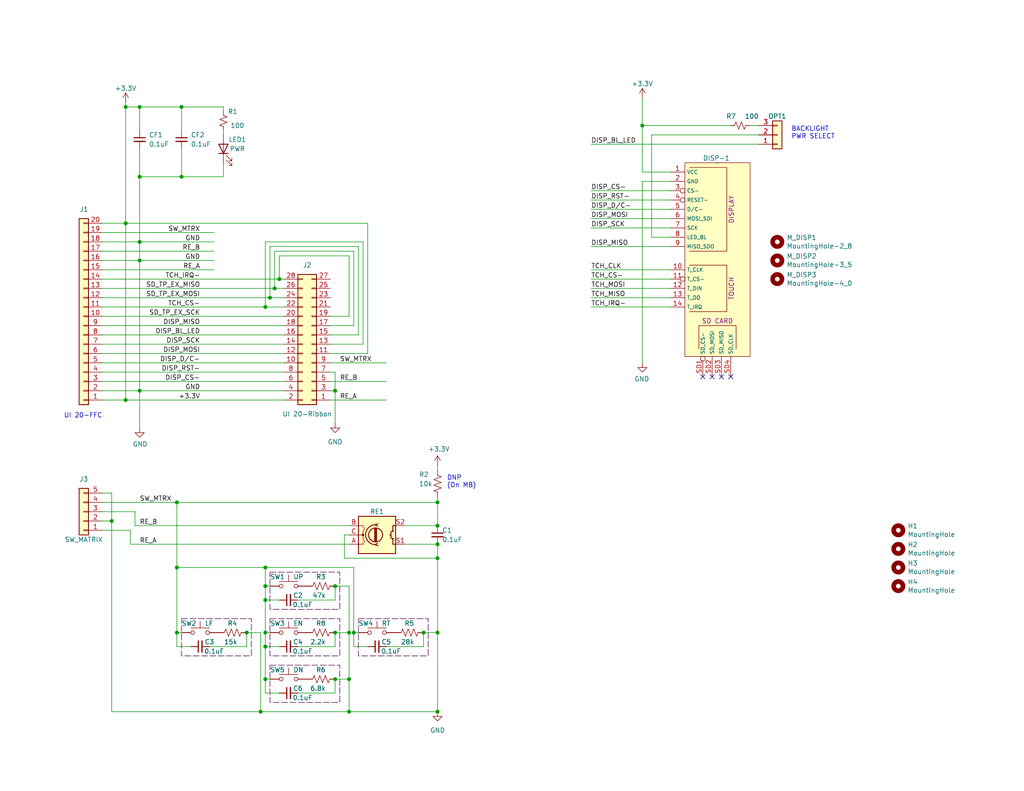
<source format=kicad_sch>
(kicad_sch (version 20230121) (generator eeschema)

  (uuid d47a7b22-f10c-4679-8afb-92a5dbfbf4b3)

  (paper "A")

  (title_block
    (title "MuKOB - UI Board")
    (date "2023-06-12")
    (rev "1")
    (company "Silky-Design (AESilky)")
    (comment 1 "Copyright AESilky 2023")
    (comment 4 "User Interface board for the MuKOB Device")
  )

  (lib_symbols
    (symbol "Connector_Generic:Conn_01x03" (pin_names (offset 1.016) hide) (in_bom yes) (on_board yes)
      (property "Reference" "J" (at 0 5.08 0)
        (effects (font (size 1.27 1.27)))
      )
      (property "Value" "Conn_01x03" (at 0 -5.08 0)
        (effects (font (size 1.27 1.27)))
      )
      (property "Footprint" "" (at 0 0 0)
        (effects (font (size 1.27 1.27)) hide)
      )
      (property "Datasheet" "~" (at 0 0 0)
        (effects (font (size 1.27 1.27)) hide)
      )
      (property "ki_keywords" "connector" (at 0 0 0)
        (effects (font (size 1.27 1.27)) hide)
      )
      (property "ki_description" "Generic connector, single row, 01x03, script generated (kicad-library-utils/schlib/autogen/connector/)" (at 0 0 0)
        (effects (font (size 1.27 1.27)) hide)
      )
      (property "ki_fp_filters" "Connector*:*_1x??_*" (at 0 0 0)
        (effects (font (size 1.27 1.27)) hide)
      )
      (symbol "Conn_01x03_1_1"
        (rectangle (start -1.27 -2.413) (end 0 -2.667)
          (stroke (width 0.1524) (type default))
          (fill (type none))
        )
        (rectangle (start -1.27 0.127) (end 0 -0.127)
          (stroke (width 0.1524) (type default))
          (fill (type none))
        )
        (rectangle (start -1.27 2.667) (end 0 2.413)
          (stroke (width 0.1524) (type default))
          (fill (type none))
        )
        (rectangle (start -1.27 3.81) (end 1.27 -3.81)
          (stroke (width 0.254) (type default))
          (fill (type background))
        )
        (pin passive line (at -5.08 2.54 0) (length 3.81)
          (name "Pin_1" (effects (font (size 1.27 1.27))))
          (number "1" (effects (font (size 1.27 1.27))))
        )
        (pin passive line (at -5.08 0 0) (length 3.81)
          (name "Pin_2" (effects (font (size 1.27 1.27))))
          (number "2" (effects (font (size 1.27 1.27))))
        )
        (pin passive line (at -5.08 -2.54 0) (length 3.81)
          (name "Pin_3" (effects (font (size 1.27 1.27))))
          (number "3" (effects (font (size 1.27 1.27))))
        )
      )
    )
    (symbol "Connector_Generic:Conn_01x05" (pin_names (offset 1.016) hide) (in_bom yes) (on_board yes)
      (property "Reference" "J" (at 0 7.62 0)
        (effects (font (size 1.27 1.27)))
      )
      (property "Value" "Conn_01x05" (at 0 -7.62 0)
        (effects (font (size 1.27 1.27)))
      )
      (property "Footprint" "" (at 0 0 0)
        (effects (font (size 1.27 1.27)) hide)
      )
      (property "Datasheet" "~" (at 0 0 0)
        (effects (font (size 1.27 1.27)) hide)
      )
      (property "ki_keywords" "connector" (at 0 0 0)
        (effects (font (size 1.27 1.27)) hide)
      )
      (property "ki_description" "Generic connector, single row, 01x05, script generated (kicad-library-utils/schlib/autogen/connector/)" (at 0 0 0)
        (effects (font (size 1.27 1.27)) hide)
      )
      (property "ki_fp_filters" "Connector*:*_1x??_*" (at 0 0 0)
        (effects (font (size 1.27 1.27)) hide)
      )
      (symbol "Conn_01x05_1_1"
        (rectangle (start -1.27 -4.953) (end 0 -5.207)
          (stroke (width 0.1524) (type default))
          (fill (type none))
        )
        (rectangle (start -1.27 -2.413) (end 0 -2.667)
          (stroke (width 0.1524) (type default))
          (fill (type none))
        )
        (rectangle (start -1.27 0.127) (end 0 -0.127)
          (stroke (width 0.1524) (type default))
          (fill (type none))
        )
        (rectangle (start -1.27 2.667) (end 0 2.413)
          (stroke (width 0.1524) (type default))
          (fill (type none))
        )
        (rectangle (start -1.27 5.207) (end 0 4.953)
          (stroke (width 0.1524) (type default))
          (fill (type none))
        )
        (rectangle (start -1.27 6.35) (end 1.27 -6.35)
          (stroke (width 0.254) (type default))
          (fill (type background))
        )
        (pin passive line (at -5.08 5.08 0) (length 3.81)
          (name "Pin_1" (effects (font (size 1.27 1.27))))
          (number "1" (effects (font (size 1.27 1.27))))
        )
        (pin passive line (at -5.08 2.54 0) (length 3.81)
          (name "Pin_2" (effects (font (size 1.27 1.27))))
          (number "2" (effects (font (size 1.27 1.27))))
        )
        (pin passive line (at -5.08 0 0) (length 3.81)
          (name "Pin_3" (effects (font (size 1.27 1.27))))
          (number "3" (effects (font (size 1.27 1.27))))
        )
        (pin passive line (at -5.08 -2.54 0) (length 3.81)
          (name "Pin_4" (effects (font (size 1.27 1.27))))
          (number "4" (effects (font (size 1.27 1.27))))
        )
        (pin passive line (at -5.08 -5.08 0) (length 3.81)
          (name "Pin_5" (effects (font (size 1.27 1.27))))
          (number "5" (effects (font (size 1.27 1.27))))
        )
      )
    )
    (symbol "Connector_Generic:Conn_01x20" (pin_names (offset 1.016) hide) (in_bom yes) (on_board yes)
      (property "Reference" "J" (at 0 25.4 0)
        (effects (font (size 1.27 1.27)))
      )
      (property "Value" "Conn_01x20" (at 0 -27.94 0)
        (effects (font (size 1.27 1.27)))
      )
      (property "Footprint" "" (at 0 0 0)
        (effects (font (size 1.27 1.27)) hide)
      )
      (property "Datasheet" "~" (at 0 0 0)
        (effects (font (size 1.27 1.27)) hide)
      )
      (property "ki_keywords" "connector" (at 0 0 0)
        (effects (font (size 1.27 1.27)) hide)
      )
      (property "ki_description" "Generic connector, single row, 01x20, script generated (kicad-library-utils/schlib/autogen/connector/)" (at 0 0 0)
        (effects (font (size 1.27 1.27)) hide)
      )
      (property "ki_fp_filters" "Connector*:*_1x??_*" (at 0 0 0)
        (effects (font (size 1.27 1.27)) hide)
      )
      (symbol "Conn_01x20_1_1"
        (rectangle (start -1.27 -25.273) (end 0 -25.527)
          (stroke (width 0.1524) (type default))
          (fill (type none))
        )
        (rectangle (start -1.27 -22.733) (end 0 -22.987)
          (stroke (width 0.1524) (type default))
          (fill (type none))
        )
        (rectangle (start -1.27 -20.193) (end 0 -20.447)
          (stroke (width 0.1524) (type default))
          (fill (type none))
        )
        (rectangle (start -1.27 -17.653) (end 0 -17.907)
          (stroke (width 0.1524) (type default))
          (fill (type none))
        )
        (rectangle (start -1.27 -15.113) (end 0 -15.367)
          (stroke (width 0.1524) (type default))
          (fill (type none))
        )
        (rectangle (start -1.27 -12.573) (end 0 -12.827)
          (stroke (width 0.1524) (type default))
          (fill (type none))
        )
        (rectangle (start -1.27 -10.033) (end 0 -10.287)
          (stroke (width 0.1524) (type default))
          (fill (type none))
        )
        (rectangle (start -1.27 -7.493) (end 0 -7.747)
          (stroke (width 0.1524) (type default))
          (fill (type none))
        )
        (rectangle (start -1.27 -4.953) (end 0 -5.207)
          (stroke (width 0.1524) (type default))
          (fill (type none))
        )
        (rectangle (start -1.27 -2.413) (end 0 -2.667)
          (stroke (width 0.1524) (type default))
          (fill (type none))
        )
        (rectangle (start -1.27 0.127) (end 0 -0.127)
          (stroke (width 0.1524) (type default))
          (fill (type none))
        )
        (rectangle (start -1.27 2.667) (end 0 2.413)
          (stroke (width 0.1524) (type default))
          (fill (type none))
        )
        (rectangle (start -1.27 5.207) (end 0 4.953)
          (stroke (width 0.1524) (type default))
          (fill (type none))
        )
        (rectangle (start -1.27 7.747) (end 0 7.493)
          (stroke (width 0.1524) (type default))
          (fill (type none))
        )
        (rectangle (start -1.27 10.287) (end 0 10.033)
          (stroke (width 0.1524) (type default))
          (fill (type none))
        )
        (rectangle (start -1.27 12.827) (end 0 12.573)
          (stroke (width 0.1524) (type default))
          (fill (type none))
        )
        (rectangle (start -1.27 15.367) (end 0 15.113)
          (stroke (width 0.1524) (type default))
          (fill (type none))
        )
        (rectangle (start -1.27 17.907) (end 0 17.653)
          (stroke (width 0.1524) (type default))
          (fill (type none))
        )
        (rectangle (start -1.27 20.447) (end 0 20.193)
          (stroke (width 0.1524) (type default))
          (fill (type none))
        )
        (rectangle (start -1.27 22.987) (end 0 22.733)
          (stroke (width 0.1524) (type default))
          (fill (type none))
        )
        (rectangle (start -1.27 24.13) (end 1.27 -26.67)
          (stroke (width 0.254) (type default))
          (fill (type background))
        )
        (pin passive line (at -5.08 22.86 0) (length 3.81)
          (name "Pin_1" (effects (font (size 1.27 1.27))))
          (number "1" (effects (font (size 1.27 1.27))))
        )
        (pin passive line (at -5.08 0 0) (length 3.81)
          (name "Pin_10" (effects (font (size 1.27 1.27))))
          (number "10" (effects (font (size 1.27 1.27))))
        )
        (pin passive line (at -5.08 -2.54 0) (length 3.81)
          (name "Pin_11" (effects (font (size 1.27 1.27))))
          (number "11" (effects (font (size 1.27 1.27))))
        )
        (pin passive line (at -5.08 -5.08 0) (length 3.81)
          (name "Pin_12" (effects (font (size 1.27 1.27))))
          (number "12" (effects (font (size 1.27 1.27))))
        )
        (pin passive line (at -5.08 -7.62 0) (length 3.81)
          (name "Pin_13" (effects (font (size 1.27 1.27))))
          (number "13" (effects (font (size 1.27 1.27))))
        )
        (pin passive line (at -5.08 -10.16 0) (length 3.81)
          (name "Pin_14" (effects (font (size 1.27 1.27))))
          (number "14" (effects (font (size 1.27 1.27))))
        )
        (pin passive line (at -5.08 -12.7 0) (length 3.81)
          (name "Pin_15" (effects (font (size 1.27 1.27))))
          (number "15" (effects (font (size 1.27 1.27))))
        )
        (pin passive line (at -5.08 -15.24 0) (length 3.81)
          (name "Pin_16" (effects (font (size 1.27 1.27))))
          (number "16" (effects (font (size 1.27 1.27))))
        )
        (pin passive line (at -5.08 -17.78 0) (length 3.81)
          (name "Pin_17" (effects (font (size 1.27 1.27))))
          (number "17" (effects (font (size 1.27 1.27))))
        )
        (pin passive line (at -5.08 -20.32 0) (length 3.81)
          (name "Pin_18" (effects (font (size 1.27 1.27))))
          (number "18" (effects (font (size 1.27 1.27))))
        )
        (pin passive line (at -5.08 -22.86 0) (length 3.81)
          (name "Pin_19" (effects (font (size 1.27 1.27))))
          (number "19" (effects (font (size 1.27 1.27))))
        )
        (pin passive line (at -5.08 20.32 0) (length 3.81)
          (name "Pin_2" (effects (font (size 1.27 1.27))))
          (number "2" (effects (font (size 1.27 1.27))))
        )
        (pin passive line (at -5.08 -25.4 0) (length 3.81)
          (name "Pin_20" (effects (font (size 1.27 1.27))))
          (number "20" (effects (font (size 1.27 1.27))))
        )
        (pin passive line (at -5.08 17.78 0) (length 3.81)
          (name "Pin_3" (effects (font (size 1.27 1.27))))
          (number "3" (effects (font (size 1.27 1.27))))
        )
        (pin passive line (at -5.08 15.24 0) (length 3.81)
          (name "Pin_4" (effects (font (size 1.27 1.27))))
          (number "4" (effects (font (size 1.27 1.27))))
        )
        (pin passive line (at -5.08 12.7 0) (length 3.81)
          (name "Pin_5" (effects (font (size 1.27 1.27))))
          (number "5" (effects (font (size 1.27 1.27))))
        )
        (pin passive line (at -5.08 10.16 0) (length 3.81)
          (name "Pin_6" (effects (font (size 1.27 1.27))))
          (number "6" (effects (font (size 1.27 1.27))))
        )
        (pin passive line (at -5.08 7.62 0) (length 3.81)
          (name "Pin_7" (effects (font (size 1.27 1.27))))
          (number "7" (effects (font (size 1.27 1.27))))
        )
        (pin passive line (at -5.08 5.08 0) (length 3.81)
          (name "Pin_8" (effects (font (size 1.27 1.27))))
          (number "8" (effects (font (size 1.27 1.27))))
        )
        (pin passive line (at -5.08 2.54 0) (length 3.81)
          (name "Pin_9" (effects (font (size 1.27 1.27))))
          (number "9" (effects (font (size 1.27 1.27))))
        )
      )
    )
    (symbol "Connector_Generic:Conn_02x14_Odd_Even" (pin_names (offset 1.016) hide) (in_bom yes) (on_board yes)
      (property "Reference" "J" (at 1.27 17.78 0)
        (effects (font (size 1.27 1.27)))
      )
      (property "Value" "Conn_02x14_Odd_Even" (at 1.27 -20.32 0)
        (effects (font (size 1.27 1.27)))
      )
      (property "Footprint" "" (at 0 0 0)
        (effects (font (size 1.27 1.27)) hide)
      )
      (property "Datasheet" "~" (at 0 0 0)
        (effects (font (size 1.27 1.27)) hide)
      )
      (property "ki_keywords" "connector" (at 0 0 0)
        (effects (font (size 1.27 1.27)) hide)
      )
      (property "ki_description" "Generic connector, double row, 02x14, odd/even pin numbering scheme (row 1 odd numbers, row 2 even numbers), script generated (kicad-library-utils/schlib/autogen/connector/)" (at 0 0 0)
        (effects (font (size 1.27 1.27)) hide)
      )
      (property "ki_fp_filters" "Connector*:*_2x??_*" (at 0 0 0)
        (effects (font (size 1.27 1.27)) hide)
      )
      (symbol "Conn_02x14_Odd_Even_1_1"
        (rectangle (start -1.27 -17.653) (end 0 -17.907)
          (stroke (width 0.1524) (type default))
          (fill (type none))
        )
        (rectangle (start -1.27 -15.113) (end 0 -15.367)
          (stroke (width 0.1524) (type default))
          (fill (type none))
        )
        (rectangle (start -1.27 -12.573) (end 0 -12.827)
          (stroke (width 0.1524) (type default))
          (fill (type none))
        )
        (rectangle (start -1.27 -10.033) (end 0 -10.287)
          (stroke (width 0.1524) (type default))
          (fill (type none))
        )
        (rectangle (start -1.27 -7.493) (end 0 -7.747)
          (stroke (width 0.1524) (type default))
          (fill (type none))
        )
        (rectangle (start -1.27 -4.953) (end 0 -5.207)
          (stroke (width 0.1524) (type default))
          (fill (type none))
        )
        (rectangle (start -1.27 -2.413) (end 0 -2.667)
          (stroke (width 0.1524) (type default))
          (fill (type none))
        )
        (rectangle (start -1.27 0.127) (end 0 -0.127)
          (stroke (width 0.1524) (type default))
          (fill (type none))
        )
        (rectangle (start -1.27 2.667) (end 0 2.413)
          (stroke (width 0.1524) (type default))
          (fill (type none))
        )
        (rectangle (start -1.27 5.207) (end 0 4.953)
          (stroke (width 0.1524) (type default))
          (fill (type none))
        )
        (rectangle (start -1.27 7.747) (end 0 7.493)
          (stroke (width 0.1524) (type default))
          (fill (type none))
        )
        (rectangle (start -1.27 10.287) (end 0 10.033)
          (stroke (width 0.1524) (type default))
          (fill (type none))
        )
        (rectangle (start -1.27 12.827) (end 0 12.573)
          (stroke (width 0.1524) (type default))
          (fill (type none))
        )
        (rectangle (start -1.27 15.367) (end 0 15.113)
          (stroke (width 0.1524) (type default))
          (fill (type none))
        )
        (rectangle (start -1.27 16.51) (end 3.81 -19.05)
          (stroke (width 0.254) (type default))
          (fill (type background))
        )
        (rectangle (start 3.81 -17.653) (end 2.54 -17.907)
          (stroke (width 0.1524) (type default))
          (fill (type none))
        )
        (rectangle (start 3.81 -15.113) (end 2.54 -15.367)
          (stroke (width 0.1524) (type default))
          (fill (type none))
        )
        (rectangle (start 3.81 -12.573) (end 2.54 -12.827)
          (stroke (width 0.1524) (type default))
          (fill (type none))
        )
        (rectangle (start 3.81 -10.033) (end 2.54 -10.287)
          (stroke (width 0.1524) (type default))
          (fill (type none))
        )
        (rectangle (start 3.81 -7.493) (end 2.54 -7.747)
          (stroke (width 0.1524) (type default))
          (fill (type none))
        )
        (rectangle (start 3.81 -4.953) (end 2.54 -5.207)
          (stroke (width 0.1524) (type default))
          (fill (type none))
        )
        (rectangle (start 3.81 -2.413) (end 2.54 -2.667)
          (stroke (width 0.1524) (type default))
          (fill (type none))
        )
        (rectangle (start 3.81 0.127) (end 2.54 -0.127)
          (stroke (width 0.1524) (type default))
          (fill (type none))
        )
        (rectangle (start 3.81 2.667) (end 2.54 2.413)
          (stroke (width 0.1524) (type default))
          (fill (type none))
        )
        (rectangle (start 3.81 5.207) (end 2.54 4.953)
          (stroke (width 0.1524) (type default))
          (fill (type none))
        )
        (rectangle (start 3.81 7.747) (end 2.54 7.493)
          (stroke (width 0.1524) (type default))
          (fill (type none))
        )
        (rectangle (start 3.81 10.287) (end 2.54 10.033)
          (stroke (width 0.1524) (type default))
          (fill (type none))
        )
        (rectangle (start 3.81 12.827) (end 2.54 12.573)
          (stroke (width 0.1524) (type default))
          (fill (type none))
        )
        (rectangle (start 3.81 15.367) (end 2.54 15.113)
          (stroke (width 0.1524) (type default))
          (fill (type none))
        )
        (pin passive line (at -5.08 15.24 0) (length 3.81)
          (name "Pin_1" (effects (font (size 1.27 1.27))))
          (number "1" (effects (font (size 1.27 1.27))))
        )
        (pin passive line (at 7.62 5.08 180) (length 3.81)
          (name "Pin_10" (effects (font (size 1.27 1.27))))
          (number "10" (effects (font (size 1.27 1.27))))
        )
        (pin passive line (at -5.08 2.54 0) (length 3.81)
          (name "Pin_11" (effects (font (size 1.27 1.27))))
          (number "11" (effects (font (size 1.27 1.27))))
        )
        (pin passive line (at 7.62 2.54 180) (length 3.81)
          (name "Pin_12" (effects (font (size 1.27 1.27))))
          (number "12" (effects (font (size 1.27 1.27))))
        )
        (pin passive line (at -5.08 0 0) (length 3.81)
          (name "Pin_13" (effects (font (size 1.27 1.27))))
          (number "13" (effects (font (size 1.27 1.27))))
        )
        (pin passive line (at 7.62 0 180) (length 3.81)
          (name "Pin_14" (effects (font (size 1.27 1.27))))
          (number "14" (effects (font (size 1.27 1.27))))
        )
        (pin passive line (at -5.08 -2.54 0) (length 3.81)
          (name "Pin_15" (effects (font (size 1.27 1.27))))
          (number "15" (effects (font (size 1.27 1.27))))
        )
        (pin passive line (at 7.62 -2.54 180) (length 3.81)
          (name "Pin_16" (effects (font (size 1.27 1.27))))
          (number "16" (effects (font (size 1.27 1.27))))
        )
        (pin passive line (at -5.08 -5.08 0) (length 3.81)
          (name "Pin_17" (effects (font (size 1.27 1.27))))
          (number "17" (effects (font (size 1.27 1.27))))
        )
        (pin passive line (at 7.62 -5.08 180) (length 3.81)
          (name "Pin_18" (effects (font (size 1.27 1.27))))
          (number "18" (effects (font (size 1.27 1.27))))
        )
        (pin passive line (at -5.08 -7.62 0) (length 3.81)
          (name "Pin_19" (effects (font (size 1.27 1.27))))
          (number "19" (effects (font (size 1.27 1.27))))
        )
        (pin passive line (at 7.62 15.24 180) (length 3.81)
          (name "Pin_2" (effects (font (size 1.27 1.27))))
          (number "2" (effects (font (size 1.27 1.27))))
        )
        (pin passive line (at 7.62 -7.62 180) (length 3.81)
          (name "Pin_20" (effects (font (size 1.27 1.27))))
          (number "20" (effects (font (size 1.27 1.27))))
        )
        (pin passive line (at -5.08 -10.16 0) (length 3.81)
          (name "Pin_21" (effects (font (size 1.27 1.27))))
          (number "21" (effects (font (size 1.27 1.27))))
        )
        (pin passive line (at 7.62 -10.16 180) (length 3.81)
          (name "Pin_22" (effects (font (size 1.27 1.27))))
          (number "22" (effects (font (size 1.27 1.27))))
        )
        (pin passive line (at -5.08 -12.7 0) (length 3.81)
          (name "Pin_23" (effects (font (size 1.27 1.27))))
          (number "23" (effects (font (size 1.27 1.27))))
        )
        (pin passive line (at 7.62 -12.7 180) (length 3.81)
          (name "Pin_24" (effects (font (size 1.27 1.27))))
          (number "24" (effects (font (size 1.27 1.27))))
        )
        (pin passive line (at -5.08 -15.24 0) (length 3.81)
          (name "Pin_25" (effects (font (size 1.27 1.27))))
          (number "25" (effects (font (size 1.27 1.27))))
        )
        (pin passive line (at 7.62 -15.24 180) (length 3.81)
          (name "Pin_26" (effects (font (size 1.27 1.27))))
          (number "26" (effects (font (size 1.27 1.27))))
        )
        (pin passive line (at -5.08 -17.78 0) (length 3.81)
          (name "Pin_27" (effects (font (size 1.27 1.27))))
          (number "27" (effects (font (size 1.27 1.27))))
        )
        (pin passive line (at 7.62 -17.78 180) (length 3.81)
          (name "Pin_28" (effects (font (size 1.27 1.27))))
          (number "28" (effects (font (size 1.27 1.27))))
        )
        (pin passive line (at -5.08 12.7 0) (length 3.81)
          (name "Pin_3" (effects (font (size 1.27 1.27))))
          (number "3" (effects (font (size 1.27 1.27))))
        )
        (pin passive line (at 7.62 12.7 180) (length 3.81)
          (name "Pin_4" (effects (font (size 1.27 1.27))))
          (number "4" (effects (font (size 1.27 1.27))))
        )
        (pin passive line (at -5.08 10.16 0) (length 3.81)
          (name "Pin_5" (effects (font (size 1.27 1.27))))
          (number "5" (effects (font (size 1.27 1.27))))
        )
        (pin passive line (at 7.62 10.16 180) (length 3.81)
          (name "Pin_6" (effects (font (size 1.27 1.27))))
          (number "6" (effects (font (size 1.27 1.27))))
        )
        (pin passive line (at -5.08 7.62 0) (length 3.81)
          (name "Pin_7" (effects (font (size 1.27 1.27))))
          (number "7" (effects (font (size 1.27 1.27))))
        )
        (pin passive line (at 7.62 7.62 180) (length 3.81)
          (name "Pin_8" (effects (font (size 1.27 1.27))))
          (number "8" (effects (font (size 1.27 1.27))))
        )
        (pin passive line (at -5.08 5.08 0) (length 3.81)
          (name "Pin_9" (effects (font (size 1.27 1.27))))
          (number "9" (effects (font (size 1.27 1.27))))
        )
      )
    )
    (symbol "Device:C_Small" (pin_numbers hide) (pin_names (offset 0.254) hide) (in_bom yes) (on_board yes)
      (property "Reference" "C" (at 0.254 1.778 0)
        (effects (font (size 1.27 1.27)) (justify left))
      )
      (property "Value" "C_Small" (at 0.254 -2.032 0)
        (effects (font (size 1.27 1.27)) (justify left))
      )
      (property "Footprint" "" (at 0 0 0)
        (effects (font (size 1.27 1.27)) hide)
      )
      (property "Datasheet" "~" (at 0 0 0)
        (effects (font (size 1.27 1.27)) hide)
      )
      (property "ki_keywords" "capacitor cap" (at 0 0 0)
        (effects (font (size 1.27 1.27)) hide)
      )
      (property "ki_description" "Unpolarized capacitor, small symbol" (at 0 0 0)
        (effects (font (size 1.27 1.27)) hide)
      )
      (property "ki_fp_filters" "C_*" (at 0 0 0)
        (effects (font (size 1.27 1.27)) hide)
      )
      (symbol "C_Small_0_1"
        (polyline
          (pts
            (xy -1.524 -0.508)
            (xy 1.524 -0.508)
          )
          (stroke (width 0.3302) (type default))
          (fill (type none))
        )
        (polyline
          (pts
            (xy -1.524 0.508)
            (xy 1.524 0.508)
          )
          (stroke (width 0.3048) (type default))
          (fill (type none))
        )
      )
      (symbol "C_Small_1_1"
        (pin passive line (at 0 2.54 270) (length 2.032)
          (name "~" (effects (font (size 1.27 1.27))))
          (number "1" (effects (font (size 1.27 1.27))))
        )
        (pin passive line (at 0 -2.54 90) (length 2.032)
          (name "~" (effects (font (size 1.27 1.27))))
          (number "2" (effects (font (size 1.27 1.27))))
        )
      )
    )
    (symbol "Device:LED" (pin_numbers hide) (pin_names (offset 1.016) hide) (in_bom yes) (on_board yes)
      (property "Reference" "D" (at 0 2.54 0)
        (effects (font (size 1.27 1.27)))
      )
      (property "Value" "LED" (at 0 -2.54 0)
        (effects (font (size 1.27 1.27)))
      )
      (property "Footprint" "" (at 0 0 0)
        (effects (font (size 1.27 1.27)) hide)
      )
      (property "Datasheet" "~" (at 0 0 0)
        (effects (font (size 1.27 1.27)) hide)
      )
      (property "ki_keywords" "LED diode" (at 0 0 0)
        (effects (font (size 1.27 1.27)) hide)
      )
      (property "ki_description" "Light emitting diode" (at 0 0 0)
        (effects (font (size 1.27 1.27)) hide)
      )
      (property "ki_fp_filters" "LED* LED_SMD:* LED_THT:*" (at 0 0 0)
        (effects (font (size 1.27 1.27)) hide)
      )
      (symbol "LED_0_1"
        (polyline
          (pts
            (xy -1.27 -1.27)
            (xy -1.27 1.27)
          )
          (stroke (width 0.254) (type default))
          (fill (type none))
        )
        (polyline
          (pts
            (xy -1.27 0)
            (xy 1.27 0)
          )
          (stroke (width 0) (type default))
          (fill (type none))
        )
        (polyline
          (pts
            (xy 1.27 -1.27)
            (xy 1.27 1.27)
            (xy -1.27 0)
            (xy 1.27 -1.27)
          )
          (stroke (width 0.254) (type default))
          (fill (type none))
        )
        (polyline
          (pts
            (xy -3.048 -0.762)
            (xy -4.572 -2.286)
            (xy -3.81 -2.286)
            (xy -4.572 -2.286)
            (xy -4.572 -1.524)
          )
          (stroke (width 0) (type default))
          (fill (type none))
        )
        (polyline
          (pts
            (xy -1.778 -0.762)
            (xy -3.302 -2.286)
            (xy -2.54 -2.286)
            (xy -3.302 -2.286)
            (xy -3.302 -1.524)
          )
          (stroke (width 0) (type default))
          (fill (type none))
        )
      )
      (symbol "LED_1_1"
        (pin passive line (at -3.81 0 0) (length 2.54)
          (name "K" (effects (font (size 1.27 1.27))))
          (number "1" (effects (font (size 1.27 1.27))))
        )
        (pin passive line (at 3.81 0 180) (length 2.54)
          (name "A" (effects (font (size 1.27 1.27))))
          (number "2" (effects (font (size 1.27 1.27))))
        )
      )
    )
    (symbol "Device:R_Small_US" (pin_numbers hide) (pin_names (offset 0.254) hide) (in_bom yes) (on_board yes)
      (property "Reference" "R" (at 0.762 0.508 0)
        (effects (font (size 1.27 1.27)) (justify left))
      )
      (property "Value" "R_Small_US" (at 0.762 -1.016 0)
        (effects (font (size 1.27 1.27)) (justify left))
      )
      (property "Footprint" "" (at 0 0 0)
        (effects (font (size 1.27 1.27)) hide)
      )
      (property "Datasheet" "~" (at 0 0 0)
        (effects (font (size 1.27 1.27)) hide)
      )
      (property "ki_keywords" "r resistor" (at 0 0 0)
        (effects (font (size 1.27 1.27)) hide)
      )
      (property "ki_description" "Resistor, small US symbol" (at 0 0 0)
        (effects (font (size 1.27 1.27)) hide)
      )
      (property "ki_fp_filters" "R_*" (at 0 0 0)
        (effects (font (size 1.27 1.27)) hide)
      )
      (symbol "R_Small_US_1_1"
        (polyline
          (pts
            (xy 0 0)
            (xy 1.016 -0.381)
            (xy 0 -0.762)
            (xy -1.016 -1.143)
            (xy 0 -1.524)
          )
          (stroke (width 0) (type default))
          (fill (type none))
        )
        (polyline
          (pts
            (xy 0 1.524)
            (xy 1.016 1.143)
            (xy 0 0.762)
            (xy -1.016 0.381)
            (xy 0 0)
          )
          (stroke (width 0) (type default))
          (fill (type none))
        )
        (pin passive line (at 0 2.54 270) (length 1.016)
          (name "~" (effects (font (size 1.27 1.27))))
          (number "1" (effects (font (size 1.27 1.27))))
        )
        (pin passive line (at 0 -2.54 90) (length 1.016)
          (name "~" (effects (font (size 1.27 1.27))))
          (number "2" (effects (font (size 1.27 1.27))))
        )
      )
    )
    (symbol "Device:R_US" (pin_numbers hide) (pin_names (offset 0)) (in_bom yes) (on_board yes)
      (property "Reference" "R" (at 2.54 0 90)
        (effects (font (size 1.27 1.27)))
      )
      (property "Value" "R_US" (at -2.54 0 90)
        (effects (font (size 1.27 1.27)))
      )
      (property "Footprint" "" (at 1.016 -0.254 90)
        (effects (font (size 1.27 1.27)) hide)
      )
      (property "Datasheet" "~" (at 0 0 0)
        (effects (font (size 1.27 1.27)) hide)
      )
      (property "ki_keywords" "R res resistor" (at 0 0 0)
        (effects (font (size 1.27 1.27)) hide)
      )
      (property "ki_description" "Resistor, US symbol" (at 0 0 0)
        (effects (font (size 1.27 1.27)) hide)
      )
      (property "ki_fp_filters" "R_*" (at 0 0 0)
        (effects (font (size 1.27 1.27)) hide)
      )
      (symbol "R_US_0_1"
        (polyline
          (pts
            (xy 0 -2.286)
            (xy 0 -2.54)
          )
          (stroke (width 0) (type default))
          (fill (type none))
        )
        (polyline
          (pts
            (xy 0 2.286)
            (xy 0 2.54)
          )
          (stroke (width 0) (type default))
          (fill (type none))
        )
        (polyline
          (pts
            (xy 0 -0.762)
            (xy 1.016 -1.143)
            (xy 0 -1.524)
            (xy -1.016 -1.905)
            (xy 0 -2.286)
          )
          (stroke (width 0) (type default))
          (fill (type none))
        )
        (polyline
          (pts
            (xy 0 0.762)
            (xy 1.016 0.381)
            (xy 0 0)
            (xy -1.016 -0.381)
            (xy 0 -0.762)
          )
          (stroke (width 0) (type default))
          (fill (type none))
        )
        (polyline
          (pts
            (xy 0 2.286)
            (xy 1.016 1.905)
            (xy 0 1.524)
            (xy -1.016 1.143)
            (xy 0 0.762)
          )
          (stroke (width 0) (type default))
          (fill (type none))
        )
      )
      (symbol "R_US_1_1"
        (pin passive line (at 0 3.81 270) (length 1.27)
          (name "~" (effects (font (size 1.27 1.27))))
          (number "1" (effects (font (size 1.27 1.27))))
        )
        (pin passive line (at 0 -3.81 90) (length 1.27)
          (name "~" (effects (font (size 1.27 1.27))))
          (number "2" (effects (font (size 1.27 1.27))))
        )
      )
    )
    (symbol "Device:RotaryEncoder_Switch" (pin_names (offset 0.254) hide) (in_bom yes) (on_board yes)
      (property "Reference" "SW" (at 0 6.604 0)
        (effects (font (size 1.27 1.27)))
      )
      (property "Value" "RotaryEncoder_Switch" (at 0 -6.604 0)
        (effects (font (size 1.27 1.27)))
      )
      (property "Footprint" "" (at -3.81 4.064 0)
        (effects (font (size 1.27 1.27)) hide)
      )
      (property "Datasheet" "~" (at 0 6.604 0)
        (effects (font (size 1.27 1.27)) hide)
      )
      (property "ki_keywords" "rotary switch encoder switch push button" (at 0 0 0)
        (effects (font (size 1.27 1.27)) hide)
      )
      (property "ki_description" "Rotary encoder, dual channel, incremental quadrate outputs, with switch" (at 0 0 0)
        (effects (font (size 1.27 1.27)) hide)
      )
      (property "ki_fp_filters" "RotaryEncoder*Switch*" (at 0 0 0)
        (effects (font (size 1.27 1.27)) hide)
      )
      (symbol "RotaryEncoder_Switch_0_1"
        (rectangle (start -5.08 5.08) (end 5.08 -5.08)
          (stroke (width 0.254) (type default))
          (fill (type background))
        )
        (circle (center -3.81 0) (radius 0.254)
          (stroke (width 0) (type default))
          (fill (type outline))
        )
        (circle (center -0.381 0) (radius 1.905)
          (stroke (width 0.254) (type default))
          (fill (type none))
        )
        (arc (start -0.381 2.667) (mid -3.0988 -0.0635) (end -0.381 -2.794)
          (stroke (width 0.254) (type default))
          (fill (type none))
        )
        (polyline
          (pts
            (xy -0.635 -1.778)
            (xy -0.635 1.778)
          )
          (stroke (width 0.254) (type default))
          (fill (type none))
        )
        (polyline
          (pts
            (xy -0.381 -1.778)
            (xy -0.381 1.778)
          )
          (stroke (width 0.254) (type default))
          (fill (type none))
        )
        (polyline
          (pts
            (xy -0.127 1.778)
            (xy -0.127 -1.778)
          )
          (stroke (width 0.254) (type default))
          (fill (type none))
        )
        (polyline
          (pts
            (xy 3.81 0)
            (xy 3.429 0)
          )
          (stroke (width 0.254) (type default))
          (fill (type none))
        )
        (polyline
          (pts
            (xy 3.81 1.016)
            (xy 3.81 -1.016)
          )
          (stroke (width 0.254) (type default))
          (fill (type none))
        )
        (polyline
          (pts
            (xy -5.08 -2.54)
            (xy -3.81 -2.54)
            (xy -3.81 -2.032)
          )
          (stroke (width 0) (type default))
          (fill (type none))
        )
        (polyline
          (pts
            (xy -5.08 2.54)
            (xy -3.81 2.54)
            (xy -3.81 2.032)
          )
          (stroke (width 0) (type default))
          (fill (type none))
        )
        (polyline
          (pts
            (xy 0.254 -3.048)
            (xy -0.508 -2.794)
            (xy 0.127 -2.413)
          )
          (stroke (width 0.254) (type default))
          (fill (type none))
        )
        (polyline
          (pts
            (xy 0.254 2.921)
            (xy -0.508 2.667)
            (xy 0.127 2.286)
          )
          (stroke (width 0.254) (type default))
          (fill (type none))
        )
        (polyline
          (pts
            (xy 5.08 -2.54)
            (xy 4.318 -2.54)
            (xy 4.318 -1.016)
          )
          (stroke (width 0.254) (type default))
          (fill (type none))
        )
        (polyline
          (pts
            (xy 5.08 2.54)
            (xy 4.318 2.54)
            (xy 4.318 1.016)
          )
          (stroke (width 0.254) (type default))
          (fill (type none))
        )
        (polyline
          (pts
            (xy -5.08 0)
            (xy -3.81 0)
            (xy -3.81 -1.016)
            (xy -3.302 -2.032)
          )
          (stroke (width 0) (type default))
          (fill (type none))
        )
        (polyline
          (pts
            (xy -4.318 0)
            (xy -3.81 0)
            (xy -3.81 1.016)
            (xy -3.302 2.032)
          )
          (stroke (width 0) (type default))
          (fill (type none))
        )
        (circle (center 4.318 -1.016) (radius 0.127)
          (stroke (width 0.254) (type default))
          (fill (type none))
        )
        (circle (center 4.318 1.016) (radius 0.127)
          (stroke (width 0.254) (type default))
          (fill (type none))
        )
      )
      (symbol "RotaryEncoder_Switch_1_1"
        (pin passive line (at -7.62 2.54 0) (length 2.54)
          (name "A" (effects (font (size 1.27 1.27))))
          (number "A" (effects (font (size 1.27 1.27))))
        )
        (pin passive line (at -7.62 -2.54 0) (length 2.54)
          (name "B" (effects (font (size 1.27 1.27))))
          (number "B" (effects (font (size 1.27 1.27))))
        )
        (pin passive line (at -7.62 0 0) (length 2.54)
          (name "C" (effects (font (size 1.27 1.27))))
          (number "C" (effects (font (size 1.27 1.27))))
        )
        (pin passive line (at 7.62 2.54 180) (length 2.54)
          (name "S1" (effects (font (size 1.27 1.27))))
          (number "S1" (effects (font (size 1.27 1.27))))
        )
        (pin passive line (at 7.62 -2.54 180) (length 2.54)
          (name "S2" (effects (font (size 1.27 1.27))))
          (number "S2" (effects (font (size 1.27 1.27))))
        )
      )
    )
    (symbol "Display_Panel_SPI_I2C:TFT_SPI_TP_SD_35" (in_bom yes) (on_board yes)
      (property "Reference" "DISP-" (at 0.19 27.94 0)
        (effects (font (size 1.27 1.27)))
      )
      (property "Value" "" (at 0.19 26.67 0)
        (effects (font (size 1.27 1.27)))
      )
      (property "Footprint" "" (at 0.19 26.67 0)
        (effects (font (size 1.27 1.27)) hide)
      )
      (property "Datasheet" "QDTECH QD3503-Specification.pdf" (at 0.19 26.67 0)
        (effects (font (size 1.27 1.27)) hide)
      )
      (property "ki_keywords" "QDTECH SPI TFT LCD 320x480 TOUCH SD DISPLAY" (at 0 0 0)
        (effects (font (size 1.27 1.27)) hide)
      )
      (property "ki_description" "QDTECH QD3503 3.5in 320x480 SPI TFT-LCD display w/ touch-screen and SD card slot" (at 0 0 0)
        (effects (font (size 1.27 1.27)) hide)
      )
      (symbol "TFT_SPI_TP_SD_35_0_1"
        (polyline
          (pts
            (xy -7.43 -1.27)
            (xy 2.73 -1.27)
            (xy 2.73 -13.97)
            (xy -7.43 -13.97)
          )
          (stroke (width 0) (type default))
          (fill (type none))
        )
        (polyline
          (pts
            (xy -7.43 25.4)
            (xy 2.73 25.4)
            (xy 2.73 2.54)
            (xy -7.43 2.54)
          )
          (stroke (width 0) (type default))
          (fill (type none))
        )
      )
      (symbol "TFT_SPI_TP_SD_35_1_0"
        (pin power_in line (at -12.7 24.13 0) (length 4)
          (name "VCC" (effects (font (size 1 1))))
          (number "1" (effects (font (size 1.27 1.27))))
        )
        (pin input line (at -12.7 -2.54 0) (length 4)
          (name "T_CLK" (effects (font (size 1 1))))
          (number "10" (effects (font (size 1.27 1.27))))
        )
        (pin input inverted (at -12.7 -5.08 0) (length 4)
          (name "T_CS-" (effects (font (size 1 1))))
          (number "11" (effects (font (size 1.27 1.27))))
        )
        (pin input line (at -12.7 -7.62 0) (length 4)
          (name "T_DIN" (effects (font (size 1 1))))
          (number "12" (effects (font (size 1.27 1.27))))
        )
        (pin input line (at -12.7 -10.16 0) (length 4)
          (name "T_DO" (effects (font (size 1 1))))
          (number "13" (effects (font (size 1.27 1.27))))
        )
        (pin input line (at -12.7 -12.7 0) (length 4)
          (name "T_IRQ" (effects (font (size 1 1))))
          (number "14" (effects (font (size 1.27 1.27))))
        )
        (pin power_in line (at -12.7 21.59 0) (length 4)
          (name "GND" (effects (font (size 1 1))))
          (number "2" (effects (font (size 1.27 1.27))))
        )
        (pin input inverted (at -12.7 19.05 0) (length 4)
          (name "CS-" (effects (font (size 1 1))))
          (number "3" (effects (font (size 1.27 1.27))))
        )
        (pin input inverted (at -12.7 16.51 0) (length 4)
          (name "RESET-" (effects (font (size 1 1))))
          (number "4" (effects (font (size 1.27 1.27))))
        )
        (pin input line (at -12.7 13.97 0) (length 4)
          (name "D/C-" (effects (font (size 1 1))))
          (number "5" (effects (font (size 1.27 1.27))))
        )
        (pin input line (at -12.7 11.43 0) (length 4)
          (name "MOSI_SDI" (effects (font (size 1 1))))
          (number "6" (effects (font (size 1.27 1.27))))
        )
        (pin input line (at -12.7 8.89 0) (length 4)
          (name "SCK" (effects (font (size 1 1))))
          (number "7" (effects (font (size 1.27 1.27))))
        )
        (pin input line (at -12.7 6.35 0) (length 4)
          (name "LED_BL" (effects (font (size 1 1))))
          (number "8" (effects (font (size 1.27 1.27))))
        )
        (pin input line (at -12.7 3.81 0) (length 4)
          (name "MISO_SDO" (effects (font (size 1 1))))
          (number "9" (effects (font (size 1.27 1.27))))
        )
        (pin input inverted (at -3.81 -31.75 90) (length 5.6)
          (name "SD_CS-" (effects (font (size 1 1))))
          (number "SD1" (effects (font (size 1.27 1.27))))
        )
        (pin input line (at -1.27 -31.75 90) (length 5.6)
          (name "SD_MOSI" (effects (font (size 1 1))))
          (number "SD2" (effects (font (size 1.27 1.27))))
        )
        (pin input line (at 1.27 -31.75 90) (length 5.6)
          (name "SD_MISO" (effects (font (size 1 1))))
          (number "SD3" (effects (font (size 1.27 1.27))))
        )
        (pin input line (at 3.81 -31.75 90) (length 5.6)
          (name "SD_CLK" (effects (font (size 1 1))))
          (number "SD4" (effects (font (size 1.27 1.27))))
        )
      )
      (symbol "TFT_SPI_TP_SD_35_1_1"
        (rectangle (start -8.7 26.67) (end 9.08 -26.1993)
          (stroke (width 0) (type default))
          (fill (type background))
        )
        (polyline
          (pts
            (xy -4.89 -24.13)
            (xy -4.89 -17.78)
            (xy 5.27 -17.78)
            (xy 5.27 -24.13)
          )
          (stroke (width 0) (type default))
          (fill (type none))
        )
        (text "DISPLAY" (at 4 13.97 900)
          (effects (font (size 1.27 1.27) (color 132 0 132 1)))
        )
        (text "SD CARD" (at 0.19 -16.51 0)
          (effects (font (size 1.27 1.27) (color 132 0 132 1)))
        )
        (text "TOUCH" (at 4 -7.62 900)
          (effects (font (size 1.27 1.27) (color 132 0 132 1)))
        )
      )
    )
    (symbol "Mechanical:MountingHole" (pin_names (offset 1.016)) (in_bom yes) (on_board yes)
      (property "Reference" "H" (at 0 5.08 0)
        (effects (font (size 1.27 1.27)))
      )
      (property "Value" "MountingHole" (at 0 3.175 0)
        (effects (font (size 1.27 1.27)))
      )
      (property "Footprint" "" (at 0 0 0)
        (effects (font (size 1.27 1.27)) hide)
      )
      (property "Datasheet" "~" (at 0 0 0)
        (effects (font (size 1.27 1.27)) hide)
      )
      (property "ki_keywords" "mounting hole" (at 0 0 0)
        (effects (font (size 1.27 1.27)) hide)
      )
      (property "ki_description" "Mounting Hole without connection" (at 0 0 0)
        (effects (font (size 1.27 1.27)) hide)
      )
      (property "ki_fp_filters" "MountingHole*" (at 0 0 0)
        (effects (font (size 1.27 1.27)) hide)
      )
      (symbol "MountingHole_0_1"
        (circle (center 0 0) (radius 1.27)
          (stroke (width 1.27) (type default))
          (fill (type none))
        )
      )
    )
    (symbol "Switch:SW_Push" (pin_numbers hide) (pin_names (offset 1.016) hide) (in_bom yes) (on_board yes)
      (property "Reference" "SW" (at 1.27 2.54 0)
        (effects (font (size 1.27 1.27)) (justify left))
      )
      (property "Value" "SW_Push" (at 0 -1.524 0)
        (effects (font (size 1.27 1.27)))
      )
      (property "Footprint" "" (at 0 5.08 0)
        (effects (font (size 1.27 1.27)) hide)
      )
      (property "Datasheet" "~" (at 0 5.08 0)
        (effects (font (size 1.27 1.27)) hide)
      )
      (property "ki_keywords" "switch normally-open pushbutton push-button" (at 0 0 0)
        (effects (font (size 1.27 1.27)) hide)
      )
      (property "ki_description" "Push button switch, generic, two pins" (at 0 0 0)
        (effects (font (size 1.27 1.27)) hide)
      )
      (symbol "SW_Push_0_1"
        (circle (center -2.032 0) (radius 0.508)
          (stroke (width 0) (type default))
          (fill (type none))
        )
        (polyline
          (pts
            (xy 0 1.27)
            (xy 0 3.048)
          )
          (stroke (width 0) (type default))
          (fill (type none))
        )
        (polyline
          (pts
            (xy 2.54 1.27)
            (xy -2.54 1.27)
          )
          (stroke (width 0) (type default))
          (fill (type none))
        )
        (circle (center 2.032 0) (radius 0.508)
          (stroke (width 0) (type default))
          (fill (type none))
        )
        (pin passive line (at -5.08 0 0) (length 2.54)
          (name "1" (effects (font (size 1.27 1.27))))
          (number "1" (effects (font (size 1.27 1.27))))
        )
        (pin passive line (at 5.08 0 180) (length 2.54)
          (name "2" (effects (font (size 1.27 1.27))))
          (number "2" (effects (font (size 1.27 1.27))))
        )
      )
    )
    (symbol "power:+3.3V" (power) (pin_names (offset 0)) (in_bom yes) (on_board yes)
      (property "Reference" "#PWR" (at 0 -3.81 0)
        (effects (font (size 1.27 1.27)) hide)
      )
      (property "Value" "+3.3V" (at 0 3.556 0)
        (effects (font (size 1.27 1.27)))
      )
      (property "Footprint" "" (at 0 0 0)
        (effects (font (size 1.27 1.27)) hide)
      )
      (property "Datasheet" "" (at 0 0 0)
        (effects (font (size 1.27 1.27)) hide)
      )
      (property "ki_keywords" "global power" (at 0 0 0)
        (effects (font (size 1.27 1.27)) hide)
      )
      (property "ki_description" "Power symbol creates a global label with name \"+3.3V\"" (at 0 0 0)
        (effects (font (size 1.27 1.27)) hide)
      )
      (symbol "+3.3V_0_1"
        (polyline
          (pts
            (xy -0.762 1.27)
            (xy 0 2.54)
          )
          (stroke (width 0) (type default))
          (fill (type none))
        )
        (polyline
          (pts
            (xy 0 0)
            (xy 0 2.54)
          )
          (stroke (width 0) (type default))
          (fill (type none))
        )
        (polyline
          (pts
            (xy 0 2.54)
            (xy 0.762 1.27)
          )
          (stroke (width 0) (type default))
          (fill (type none))
        )
      )
      (symbol "+3.3V_1_1"
        (pin power_in line (at 0 0 90) (length 0) hide
          (name "+3.3V" (effects (font (size 1.27 1.27))))
          (number "1" (effects (font (size 1.27 1.27))))
        )
      )
    )
    (symbol "power:GND" (power) (pin_names (offset 0)) (in_bom yes) (on_board yes)
      (property "Reference" "#PWR" (at 0 -6.35 0)
        (effects (font (size 1.27 1.27)) hide)
      )
      (property "Value" "GND" (at 0 -3.81 0)
        (effects (font (size 1.27 1.27)))
      )
      (property "Footprint" "" (at 0 0 0)
        (effects (font (size 1.27 1.27)) hide)
      )
      (property "Datasheet" "" (at 0 0 0)
        (effects (font (size 1.27 1.27)) hide)
      )
      (property "ki_keywords" "global power" (at 0 0 0)
        (effects (font (size 1.27 1.27)) hide)
      )
      (property "ki_description" "Power symbol creates a global label with name \"GND\" , ground" (at 0 0 0)
        (effects (font (size 1.27 1.27)) hide)
      )
      (symbol "GND_0_1"
        (polyline
          (pts
            (xy 0 0)
            (xy 0 -1.27)
            (xy 1.27 -1.27)
            (xy 0 -2.54)
            (xy -1.27 -1.27)
            (xy 0 -1.27)
          )
          (stroke (width 0) (type default))
          (fill (type none))
        )
      )
      (symbol "GND_1_1"
        (pin power_in line (at 0 0 270) (length 0) hide
          (name "GND" (effects (font (size 1.27 1.27))))
          (number "1" (effects (font (size 1.27 1.27))))
        )
      )
    )
  )

  (junction (at 72.39 163.83) (diameter 0) (color 0 0 0 0)
    (uuid 00ee17c7-f767-415a-a1f2-cf1aeeeca719)
  )
  (junction (at 38.1 48.26) (diameter 0) (color 0 0 0 0)
    (uuid 058916e7-ccb9-4e68-bc58-9c412cf532af)
  )
  (junction (at 34.29 29.21) (diameter 0) (color 0 0 0 0)
    (uuid 0991f769-5301-414d-8729-64e6365fc90c)
  )
  (junction (at 119.38 137.16) (diameter 0) (color 0 0 0 0)
    (uuid 0fe6b104-1c92-4b1a-8f6d-88dc269edac6)
  )
  (junction (at 91.44 160.02) (diameter 0) (color 0 0 0 0)
    (uuid 1caedec2-5ca7-4320-aa11-a8b3cef36495)
  )
  (junction (at 91.44 106.68) (diameter 0) (color 0 0 0 0)
    (uuid 2ac7f63a-d040-47a1-84ad-675d9f2c00c0)
  )
  (junction (at 95.25 185.42) (diameter 0) (color 0 0 0 0)
    (uuid 2efcdd0c-f67b-4ce1-9b41-677646a9436d)
  )
  (junction (at 119.38 148.59) (diameter 0) (color 0 0 0 0)
    (uuid 2f996b57-c38a-4d74-9dd3-28af5eb37380)
  )
  (junction (at 119.38 194.31) (diameter 0) (color 0 0 0 0)
    (uuid 348a04f9-47aa-4903-81c2-6ea76933c9e0)
  )
  (junction (at 119.38 172.72) (diameter 0) (color 0 0 0 0)
    (uuid 36b6e041-0025-4044-b3b8-7aac9306d66e)
  )
  (junction (at 72.39 185.42) (diameter 0) (color 0 0 0 0)
    (uuid 3bb43636-358f-48bc-bb4d-10dfa18b5ac7)
  )
  (junction (at 95.25 172.72) (diameter 0) (color 0 0 0 0)
    (uuid 3c2971b5-bea7-4483-aec2-ad793348bcc4)
  )
  (junction (at 38.1 29.21) (diameter 0) (color 0 0 0 0)
    (uuid 3f11459d-815c-4723-aa1a-d15915d42b56)
  )
  (junction (at 48.26 154.94) (diameter 0) (color 0 0 0 0)
    (uuid 40ba1833-f040-4bb8-9c82-f6cf9bc1c1c1)
  )
  (junction (at 34.29 60.96) (diameter 0) (color 0 0 0 0)
    (uuid 4303cfac-3669-4596-9949-35e7693567c1)
  )
  (junction (at 91.44 172.72) (diameter 0) (color 0 0 0 0)
    (uuid 431d15f9-30d5-4687-b617-91d6335e7515)
  )
  (junction (at 49.53 48.26) (diameter 0) (color 0 0 0 0)
    (uuid 45d6d5b4-2e98-4a70-85b9-ff0a6e25b117)
  )
  (junction (at 175.26 34.29) (diameter 0) (color 0 0 0 0)
    (uuid 464e79de-5928-4b06-b542-47e15416718f)
  )
  (junction (at 72.39 172.72) (diameter 0) (color 0 0 0 0)
    (uuid 4a876cc3-3cec-4995-b2f6-4189c43787f4)
  )
  (junction (at 38.1 106.68) (diameter 0) (color 0 0 0 0)
    (uuid 5f012631-e199-4b08-8df9-d43d47ffecdd)
  )
  (junction (at 34.29 109.22) (diameter 0) (color 0 0 0 0)
    (uuid 5ff72325-c19d-44da-9616-1691dbbc6024)
  )
  (junction (at 119.38 143.51) (diameter 0) (color 0 0 0 0)
    (uuid 674e67f2-12b6-4fb3-b08e-2bec15ab2556)
  )
  (junction (at 96.52 172.72) (diameter 0) (color 0 0 0 0)
    (uuid 7119e21c-66bb-45ff-a5db-1bd9fffa3462)
  )
  (junction (at 72.39 83.82) (diameter 0) (color 0 0 0 0)
    (uuid 75965b4b-28d5-4376-84e3-bb32022c7146)
  )
  (junction (at 38.1 66.04) (diameter 0) (color 0 0 0 0)
    (uuid 773061c0-b0f2-42cb-b219-37200c9a8847)
  )
  (junction (at 49.53 29.21) (diameter 0) (color 0 0 0 0)
    (uuid 7c6216be-6059-49ec-94d7-c12cd60dd950)
  )
  (junction (at 72.39 176.53) (diameter 0) (color 0 0 0 0)
    (uuid 7d4eecb8-1448-4b8b-8240-9a98deb88cbe)
  )
  (junction (at 30.48 142.24) (diameter 0) (color 0 0 0 0)
    (uuid 866b869d-e2a6-465c-bf7d-42a648274b5c)
  )
  (junction (at 74.93 78.74) (diameter 0) (color 0 0 0 0)
    (uuid 8ef24ff0-13b2-4eb8-be90-41d4447821cf)
  )
  (junction (at 72.39 160.02) (diameter 0) (color 0 0 0 0)
    (uuid 9bd10c7c-cc68-4152-86bf-2ac21c314732)
  )
  (junction (at 72.39 154.94) (diameter 0) (color 0 0 0 0)
    (uuid a690bec1-2e78-4b3b-bc4e-ea6dbf3c6245)
  )
  (junction (at 115.57 172.72) (diameter 0) (color 0 0 0 0)
    (uuid a725382b-fe44-4888-9776-49ffc5234c81)
  )
  (junction (at 48.26 172.72) (diameter 0) (color 0 0 0 0)
    (uuid b190ea5a-b582-42cf-bae9-f2554889c7b4)
  )
  (junction (at 48.26 137.16) (diameter 0) (color 0 0 0 0)
    (uuid de989535-131a-47c3-a086-2253a8cdcfd5)
  )
  (junction (at 71.12 194.31) (diameter 0) (color 0 0 0 0)
    (uuid e8398ada-f00d-41c9-83a7-ad491f62bab7)
  )
  (junction (at 73.66 81.28) (diameter 0) (color 0 0 0 0)
    (uuid ebf8b8a8-6a9c-4a60-969e-5a3380b731f8)
  )
  (junction (at 38.1 71.12) (diameter 0) (color 0 0 0 0)
    (uuid ef67c4b9-efb3-4ee1-afe7-8da5b05e9faa)
  )
  (junction (at 91.44 185.42) (diameter 0) (color 0 0 0 0)
    (uuid f208e9d8-cf2c-43ce-8ab6-ca6df7c9ef0f)
  )
  (junction (at 95.25 194.31) (diameter 0) (color 0 0 0 0)
    (uuid f3fc4efd-2038-46fb-94a0-4c7546806b8d)
  )
  (junction (at 67.31 172.72) (diameter 0) (color 0 0 0 0)
    (uuid f83d597e-adb0-445d-baa8-106a5a732f37)
  )
  (junction (at 76.2 76.2) (diameter 0) (color 0 0 0 0)
    (uuid f9b2dc74-d456-4156-a646-7c77a2a00b79)
  )
  (junction (at 119.38 152.4) (diameter 0) (color 0 0 0 0)
    (uuid feb39887-616f-4bcc-8011-784ff48b2d37)
  )

  (no_connect (at 196.85 102.87) (uuid 0a2f74fb-6a5d-4855-9807-d3485eecc0be))
  (no_connect (at 194.31 102.87) (uuid 35d86ee0-2315-4c7c-9b2d-94460f80b6e6))
  (no_connect (at 191.77 102.87) (uuid ddd9cec9-6912-434f-bfcf-b1f95d285745))
  (no_connect (at 199.39 102.87) (uuid fb1eec23-f771-4a6e-acf2-2c2e801631a9))

  (wire (pts (xy 27.94 144.78) (xy 35.56 144.78))
    (stroke (width 0) (type default))
    (uuid 00da0731-b8cb-45de-a7c0-af1f2a42460c)
  )
  (wire (pts (xy 97.79 91.44) (xy 90.17 91.44))
    (stroke (width 0) (type default))
    (uuid 0210fff2-c1f1-48f7-b567-d0d192b5a0f3)
  )
  (wire (pts (xy 72.39 83.82) (xy 72.39 66.04))
    (stroke (width 0) (type default))
    (uuid 03342650-c263-4f4e-b961-d5e566a9313d)
  )
  (wire (pts (xy 52.07 176.53) (xy 48.26 176.53))
    (stroke (width 0) (type default))
    (uuid 03599472-2e21-4583-a9b0-69233bce97ae)
  )
  (wire (pts (xy 161.29 76.2) (xy 182.88 76.2))
    (stroke (width 0) (type default))
    (uuid 06bdba5a-4990-455c-930e-9eaedc7f770a)
  )
  (wire (pts (xy 91.44 176.53) (xy 91.44 172.72))
    (stroke (width 0) (type default))
    (uuid 07970f99-b9b8-4535-96cb-d1763f71588f)
  )
  (wire (pts (xy 27.94 99.06) (xy 77.47 99.06))
    (stroke (width 0) (type default))
    (uuid 0af431f0-7e12-4217-9183-603449d24602)
  )
  (wire (pts (xy 27.94 78.74) (xy 74.93 78.74))
    (stroke (width 0) (type default))
    (uuid 0b720829-d12b-402a-b6e9-02f4e9f0e43a)
  )
  (wire (pts (xy 72.39 154.94) (xy 72.39 160.02))
    (stroke (width 0) (type default))
    (uuid 0cb363ee-5ce1-4791-9881-75cbb2081c33)
  )
  (wire (pts (xy 30.48 134.62) (xy 30.48 142.24))
    (stroke (width 0) (type default))
    (uuid 0f1e6f64-0b86-4b01-b78c-825aeb77a254)
  )
  (wire (pts (xy 27.94 76.2) (xy 76.2 76.2))
    (stroke (width 0) (type default))
    (uuid 0f222a70-6b75-42df-bd61-572366c02fc4)
  )
  (wire (pts (xy 90.17 99.06) (xy 105.41 99.06))
    (stroke (width 0) (type default))
    (uuid 13c1866f-65b4-4c1b-8df0-4885c7acf62f)
  )
  (wire (pts (xy 100.33 96.52) (xy 90.17 96.52))
    (stroke (width 0) (type default))
    (uuid 15b17e5a-cd00-4466-8c31-e9c37dc9cd22)
  )
  (wire (pts (xy 34.29 60.96) (xy 100.33 60.96))
    (stroke (width 0) (type default))
    (uuid 1601a4da-66fd-41f0-84d6-a20340f0776a)
  )
  (wire (pts (xy 175.26 26.67) (xy 175.26 34.29))
    (stroke (width 0) (type default))
    (uuid 17632315-b02b-4363-9e87-1d63106f6b4e)
  )
  (wire (pts (xy 161.29 62.23) (xy 182.88 62.23))
    (stroke (width 0) (type default))
    (uuid 196131ce-8f3c-4a3a-946d-e8be69c2f002)
  )
  (wire (pts (xy 35.56 148.59) (xy 95.25 148.59))
    (stroke (width 0) (type default))
    (uuid 199443e3-192e-4b03-8b70-8985b424439b)
  )
  (wire (pts (xy 38.1 29.21) (xy 49.53 29.21))
    (stroke (width 0) (type default))
    (uuid 19d70177-81df-4629-93bd-b9cc2560a71b)
  )
  (wire (pts (xy 119.38 148.59) (xy 119.38 152.4))
    (stroke (width 0) (type default))
    (uuid 1f1560b5-3438-4430-adab-6b0b62b44d03)
  )
  (wire (pts (xy 27.94 86.36) (xy 77.47 86.36))
    (stroke (width 0) (type default))
    (uuid 21006f9f-5df5-4a64-8640-855e9e327c61)
  )
  (wire (pts (xy 110.49 148.59) (xy 119.38 148.59))
    (stroke (width 0) (type default))
    (uuid 217cba66-2b62-4577-a049-46ffec5ff51d)
  )
  (wire (pts (xy 93.98 152.4) (xy 119.38 152.4))
    (stroke (width 0) (type default))
    (uuid 24f7fede-77c3-41d3-b357-d78a3d0e2b00)
  )
  (wire (pts (xy 91.44 101.6) (xy 91.44 106.68))
    (stroke (width 0) (type default))
    (uuid 260696f5-8ce5-4068-82c9-e73684f3d73b)
  )
  (wire (pts (xy 72.39 163.83) (xy 72.39 172.72))
    (stroke (width 0) (type default))
    (uuid 26eb37ae-8233-4926-8b3c-5fd64c206d15)
  )
  (wire (pts (xy 91.44 106.68) (xy 91.44 115.57))
    (stroke (width 0) (type default))
    (uuid 283fdbd5-f54d-4893-bdfc-e123154162f2)
  )
  (wire (pts (xy 34.29 109.22) (xy 77.47 109.22))
    (stroke (width 0) (type default))
    (uuid 2b638654-a601-4b01-b350-baa9944bdaf0)
  )
  (wire (pts (xy 38.1 29.21) (xy 38.1 35.56))
    (stroke (width 0) (type default))
    (uuid 2d942656-4838-4241-b2ba-ebefd4887234)
  )
  (wire (pts (xy 71.12 172.72) (xy 71.12 194.31))
    (stroke (width 0) (type default))
    (uuid 2ff406b7-e09c-424e-a9f2-20420efbeb45)
  )
  (wire (pts (xy 161.29 81.28) (xy 182.88 81.28))
    (stroke (width 0) (type default))
    (uuid 3059e517-bdbf-4617-b73f-297514677aa8)
  )
  (wire (pts (xy 34.29 109.22) (xy 27.94 109.22))
    (stroke (width 0) (type default))
    (uuid 31f54e2b-cb7b-4acf-9c02-226979188b5e)
  )
  (wire (pts (xy 72.39 154.94) (xy 96.52 154.94))
    (stroke (width 0) (type default))
    (uuid 3239e02b-1ad9-4fdb-b480-ea9bed7d03e1)
  )
  (wire (pts (xy 93.98 146.05) (xy 95.25 146.05))
    (stroke (width 0) (type default))
    (uuid 3277c0a8-0135-4925-8c43-0e2b3a0e563c)
  )
  (wire (pts (xy 161.29 78.74) (xy 182.88 78.74))
    (stroke (width 0) (type default))
    (uuid 32d1e788-a30d-4277-acd8-bb0321c570eb)
  )
  (wire (pts (xy 71.12 194.31) (xy 95.25 194.31))
    (stroke (width 0) (type default))
    (uuid 32ea739a-53d7-47cb-b966-3e92fb6c2e0f)
  )
  (wire (pts (xy 67.31 172.72) (xy 71.12 172.72))
    (stroke (width 0) (type default))
    (uuid 3508e90e-1d13-4ef1-b34e-2e381bb93bdd)
  )
  (wire (pts (xy 38.1 48.26) (xy 38.1 66.04))
    (stroke (width 0) (type default))
    (uuid 3526c9f8-4ddc-4752-8b0b-3c5e7de907e3)
  )
  (wire (pts (xy 30.48 194.31) (xy 71.12 194.31))
    (stroke (width 0) (type default))
    (uuid 35f6253f-61f5-4c8a-8bea-bd774c1878f5)
  )
  (wire (pts (xy 161.29 54.61) (xy 182.88 54.61))
    (stroke (width 0) (type default))
    (uuid 36c37546-3f2a-4a12-b0e7-c79a8cf1c7b6)
  )
  (wire (pts (xy 38.1 106.68) (xy 77.47 106.68))
    (stroke (width 0) (type default))
    (uuid 3ae0e45b-a20e-49e6-bb4b-6e610ef1ded0)
  )
  (wire (pts (xy 27.94 134.62) (xy 30.48 134.62))
    (stroke (width 0) (type default))
    (uuid 3ba93871-5cc1-4306-b3f6-fd99abc5b422)
  )
  (wire (pts (xy 182.88 64.77) (xy 177.8 64.77))
    (stroke (width 0) (type default))
    (uuid 3bb6d0f1-59b3-4948-9957-939ee9f11236)
  )
  (wire (pts (xy 72.39 66.04) (xy 99.06 66.04))
    (stroke (width 0) (type default))
    (uuid 3c101f98-3a40-4d72-bf2f-8e81f1713a23)
  )
  (wire (pts (xy 72.39 189.23) (xy 72.39 185.42))
    (stroke (width 0) (type default))
    (uuid 3ea7294b-7358-4bb4-b394-89ab3928d974)
  )
  (wire (pts (xy 90.17 101.6) (xy 91.44 101.6))
    (stroke (width 0) (type default))
    (uuid 3effc5f8-36c1-4128-93d9-ed330cb1b9ae)
  )
  (wire (pts (xy 27.94 142.24) (xy 30.48 142.24))
    (stroke (width 0) (type default))
    (uuid 41f27d9f-1215-464f-8a51-6cc7dfbc986f)
  )
  (wire (pts (xy 119.38 172.72) (xy 119.38 194.31))
    (stroke (width 0) (type default))
    (uuid 42e99a84-d84c-4e2f-a1a9-48a3dc8a4024)
  )
  (wire (pts (xy 73.66 67.31) (xy 97.79 67.31))
    (stroke (width 0) (type default))
    (uuid 44e895da-5aaf-40fd-abfa-5e067a1e38d1)
  )
  (wire (pts (xy 161.29 67.31) (xy 182.88 67.31))
    (stroke (width 0) (type default))
    (uuid 4a184261-ad4c-4527-b99f-3f0d84221f38)
  )
  (wire (pts (xy 91.44 160.02) (xy 95.25 160.02))
    (stroke (width 0) (type default))
    (uuid 4aaa8717-ca76-4d7f-962a-4902289630fc)
  )
  (wire (pts (xy 38.1 71.12) (xy 58.42 71.12))
    (stroke (width 0) (type default))
    (uuid 4ac4bf0d-d26c-4c87-b565-4099a5bf10db)
  )
  (wire (pts (xy 115.57 176.53) (xy 115.57 172.72))
    (stroke (width 0) (type default))
    (uuid 4c484ebb-2fb7-4304-b100-c489b9a8c216)
  )
  (wire (pts (xy 97.79 67.31) (xy 97.79 91.44))
    (stroke (width 0) (type default))
    (uuid 4fe8771f-bc81-48e1-9789-9d5428181d25)
  )
  (wire (pts (xy 95.25 160.02) (xy 95.25 172.72))
    (stroke (width 0) (type default))
    (uuid 50259ef8-4c7d-4c6b-9574-382f7205d153)
  )
  (wire (pts (xy 27.94 101.6) (xy 77.47 101.6))
    (stroke (width 0) (type default))
    (uuid 50308982-1642-4317-95fd-1e76d8be7e43)
  )
  (wire (pts (xy 60.96 44.45) (xy 60.96 48.26))
    (stroke (width 0) (type default))
    (uuid 5366da50-c3a9-42ca-bfb2-1cd16dfad971)
  )
  (wire (pts (xy 73.66 81.28) (xy 73.66 67.31))
    (stroke (width 0) (type default))
    (uuid 5507acd7-1d76-41e0-9c47-58d6ad9bc0e1)
  )
  (wire (pts (xy 67.31 172.72) (xy 67.31 176.53))
    (stroke (width 0) (type default))
    (uuid 588e9dba-f8ac-4757-ae45-2fda44800549)
  )
  (wire (pts (xy 95.25 185.42) (xy 95.25 194.31))
    (stroke (width 0) (type default))
    (uuid 5895eb9e-3574-42d6-811a-48a3551469a5)
  )
  (wire (pts (xy 60.96 48.26) (xy 49.53 48.26))
    (stroke (width 0) (type default))
    (uuid 5a482c67-2375-4505-a6b3-073ff502025a)
  )
  (wire (pts (xy 48.26 154.94) (xy 48.26 172.72))
    (stroke (width 0) (type default))
    (uuid 5d675a9c-e10f-4131-a1d7-d55f64542d7d)
  )
  (wire (pts (xy 81.28 189.23) (xy 91.44 189.23))
    (stroke (width 0) (type default))
    (uuid 5dc78247-23fd-4458-9ef2-9005bf849c72)
  )
  (wire (pts (xy 72.39 185.42) (xy 73.66 185.42))
    (stroke (width 0) (type default))
    (uuid 638a8931-72d4-4c85-aecd-18c8d374ec9e)
  )
  (wire (pts (xy 100.33 96.52) (xy 100.33 60.96))
    (stroke (width 0) (type default))
    (uuid 66384667-c88c-4f02-aa96-43a35b0f1b45)
  )
  (wire (pts (xy 27.94 60.96) (xy 34.29 60.96))
    (stroke (width 0) (type default))
    (uuid 67075261-b5d6-4085-b2cc-02aa7d693f27)
  )
  (wire (pts (xy 38.1 66.04) (xy 58.42 66.04))
    (stroke (width 0) (type default))
    (uuid 681fbd95-159f-4d8b-b6ed-e4f4a2b0fcb5)
  )
  (wire (pts (xy 204.47 34.29) (xy 207.01 34.29))
    (stroke (width 0) (type default))
    (uuid 6fb71705-c346-44b9-83d3-88bcfb09e122)
  )
  (wire (pts (xy 34.29 60.96) (xy 34.29 109.22))
    (stroke (width 0) (type default))
    (uuid 72aa5be7-6dd6-4c41-aba4-c179bfc61244)
  )
  (wire (pts (xy 161.29 83.82) (xy 182.88 83.82))
    (stroke (width 0) (type default))
    (uuid 7368d44f-4f8f-4d0b-a369-5a47f0d7d4e6)
  )
  (wire (pts (xy 27.94 68.58) (xy 58.42 68.58))
    (stroke (width 0) (type default))
    (uuid 75a00eee-add6-498a-bfc8-63902f146ae3)
  )
  (wire (pts (xy 38.1 48.26) (xy 49.53 48.26))
    (stroke (width 0) (type default))
    (uuid 76a262e7-c939-4912-88cc-2da092c64c2a)
  )
  (wire (pts (xy 119.38 137.16) (xy 119.38 143.51))
    (stroke (width 0) (type default))
    (uuid 76c374b5-0183-4c02-a421-06d06dfb6140)
  )
  (wire (pts (xy 72.39 83.82) (xy 77.47 83.82))
    (stroke (width 0) (type default))
    (uuid 777690e7-e553-40ff-8abb-01ef8847c93b)
  )
  (wire (pts (xy 91.44 172.72) (xy 95.25 172.72))
    (stroke (width 0) (type default))
    (uuid 782aef39-9d8a-43f6-ae84-17cdef9fe39b)
  )
  (wire (pts (xy 27.94 139.7) (xy 36.83 139.7))
    (stroke (width 0) (type default))
    (uuid 783d4aae-a48c-41e6-b79f-46e0b4245887)
  )
  (wire (pts (xy 175.26 34.29) (xy 199.39 34.29))
    (stroke (width 0) (type default))
    (uuid 795255c8-dd57-4e1b-8cd7-a6e8632f9fac)
  )
  (wire (pts (xy 93.98 146.05) (xy 93.98 152.4))
    (stroke (width 0) (type default))
    (uuid 7abdf575-ccb1-4481-8910-def89df060de)
  )
  (wire (pts (xy 161.29 52.07) (xy 182.88 52.07))
    (stroke (width 0) (type default))
    (uuid 7b176b4a-bbf6-4a47-b1bf-10346817b5fe)
  )
  (wire (pts (xy 72.39 172.72) (xy 73.66 172.72))
    (stroke (width 0) (type default))
    (uuid 7c209381-d4f1-4863-88a8-00074ad4e361)
  )
  (wire (pts (xy 81.28 176.53) (xy 91.44 176.53))
    (stroke (width 0) (type default))
    (uuid 7d11cc44-1177-46eb-85ba-1d305ff8c78a)
  )
  (wire (pts (xy 27.94 96.52) (xy 77.47 96.52))
    (stroke (width 0) (type default))
    (uuid 7f1cad36-e50a-4e84-a7c6-79712c9ef9a9)
  )
  (wire (pts (xy 34.29 29.21) (xy 34.29 60.96))
    (stroke (width 0) (type default))
    (uuid 7fec10be-2703-415a-bd9e-808d5701466a)
  )
  (wire (pts (xy 175.26 49.53) (xy 182.88 49.53))
    (stroke (width 0) (type default))
    (uuid 807086ae-7eb1-4c84-b4a0-c7bafbd22d81)
  )
  (wire (pts (xy 96.52 176.53) (xy 96.52 172.72))
    (stroke (width 0) (type default))
    (uuid 80bb64f1-2fc5-4a41-adeb-4e26605874bd)
  )
  (wire (pts (xy 105.41 176.53) (xy 115.57 176.53))
    (stroke (width 0) (type default))
    (uuid 812f7667-88a5-4dbb-bfe0-dc2a8009f605)
  )
  (wire (pts (xy 175.26 34.29) (xy 175.26 46.99))
    (stroke (width 0) (type default))
    (uuid 81c0d5f8-f98b-4b08-96f6-d492cdf2c5fd)
  )
  (wire (pts (xy 36.83 139.7) (xy 36.83 143.51))
    (stroke (width 0) (type default))
    (uuid 81efca30-1965-4c05-a4f8-b116c8953dfa)
  )
  (wire (pts (xy 27.94 66.04) (xy 38.1 66.04))
    (stroke (width 0) (type default))
    (uuid 820fe678-46b9-4fb4-9b8d-ba42e2141331)
  )
  (wire (pts (xy 182.88 46.99) (xy 175.26 46.99))
    (stroke (width 0) (type default))
    (uuid 83334377-caea-4853-86e8-17fe373b77de)
  )
  (wire (pts (xy 27.94 106.68) (xy 38.1 106.68))
    (stroke (width 0) (type default))
    (uuid 85c73f88-ce99-4a47-867b-9b9a7996627f)
  )
  (wire (pts (xy 49.53 40.64) (xy 49.53 48.26))
    (stroke (width 0) (type default))
    (uuid 867e2867-3a46-460e-b3a0-0b8728adb27b)
  )
  (wire (pts (xy 38.1 106.68) (xy 38.1 116.84))
    (stroke (width 0) (type default))
    (uuid 8b07ca64-7e91-484c-a31d-5544cb481a11)
  )
  (wire (pts (xy 76.2 163.83) (xy 72.39 163.83))
    (stroke (width 0) (type default))
    (uuid 8bdb4a5e-6db5-4a59-870a-83c8637411bd)
  )
  (wire (pts (xy 72.39 160.02) (xy 73.66 160.02))
    (stroke (width 0) (type default))
    (uuid 8eaac4f4-4098-4654-a0b0-b99718678761)
  )
  (wire (pts (xy 35.56 144.78) (xy 35.56 148.59))
    (stroke (width 0) (type default))
    (uuid 91c4e941-c78b-4999-852b-4bc8231e365a)
  )
  (wire (pts (xy 95.25 194.31) (xy 119.38 194.31))
    (stroke (width 0) (type default))
    (uuid 93ad037c-1f28-44bd-a457-75e1ddfbc49d)
  )
  (wire (pts (xy 119.38 135.89) (xy 119.38 137.16))
    (stroke (width 0) (type default))
    (uuid 9525064c-bb9c-48fe-a2da-1a24bea564eb)
  )
  (wire (pts (xy 90.17 109.22) (xy 105.41 109.22))
    (stroke (width 0) (type default))
    (uuid 95447bf3-7aa8-4345-ba31-bbb9ea97984b)
  )
  (wire (pts (xy 74.93 78.74) (xy 77.47 78.74))
    (stroke (width 0) (type default))
    (uuid 95f4408d-27a2-4655-b464-8ee58aa2af7a)
  )
  (wire (pts (xy 72.39 160.02) (xy 72.39 163.83))
    (stroke (width 0) (type default))
    (uuid 98906026-6197-4e7d-9a1a-5a25a8cca832)
  )
  (wire (pts (xy 76.2 76.2) (xy 77.47 76.2))
    (stroke (width 0) (type default))
    (uuid 98cb963e-5d81-4547-b06a-77c4b2b0e324)
  )
  (wire (pts (xy 49.53 29.21) (xy 49.53 35.56))
    (stroke (width 0) (type default))
    (uuid 99b5c09e-ef3d-4e56-9253-8cbf6be050dd)
  )
  (wire (pts (xy 34.29 27.94) (xy 34.29 29.21))
    (stroke (width 0) (type default))
    (uuid 9a3caf5b-d4fc-465f-80f0-7930c7530e5f)
  )
  (wire (pts (xy 177.8 36.83) (xy 177.8 64.77))
    (stroke (width 0) (type default))
    (uuid 9c58b460-1870-41f2-bb32-356b99f42b5b)
  )
  (wire (pts (xy 27.94 63.5) (xy 58.42 63.5))
    (stroke (width 0) (type default))
    (uuid 9d447bf1-6965-434c-8b67-776e3457aa53)
  )
  (wire (pts (xy 48.26 172.72) (xy 48.26 176.53))
    (stroke (width 0) (type default))
    (uuid 9fb24293-d81a-4780-9590-128862ea2b6e)
  )
  (wire (pts (xy 49.53 29.21) (xy 60.96 29.21))
    (stroke (width 0) (type default))
    (uuid a0bcce0b-af4a-41da-a2e7-e460ca0bbef6)
  )
  (wire (pts (xy 48.26 172.72) (xy 49.53 172.72))
    (stroke (width 0) (type default))
    (uuid a1f65778-1341-464f-92a2-e172a2850148)
  )
  (wire (pts (xy 27.94 91.44) (xy 77.47 91.44))
    (stroke (width 0) (type default))
    (uuid a64e9607-2c7a-4f71-8441-8f490a075c8c)
  )
  (wire (pts (xy 95.25 69.85) (xy 95.25 86.36))
    (stroke (width 0) (type default))
    (uuid a69a9738-8dbe-4a6c-9eb1-03f773aa4b05)
  )
  (wire (pts (xy 119.38 152.4) (xy 119.38 172.72))
    (stroke (width 0) (type default))
    (uuid a79f71ef-8579-4869-b9a0-576a503ccf0f)
  )
  (wire (pts (xy 91.44 189.23) (xy 91.44 185.42))
    (stroke (width 0) (type default))
    (uuid aa09cbb5-6a05-4c31-81a9-eb4a6e577200)
  )
  (wire (pts (xy 100.33 176.53) (xy 96.52 176.53))
    (stroke (width 0) (type default))
    (uuid ab848720-01eb-4843-8412-1ef3140e0f4e)
  )
  (wire (pts (xy 161.29 73.66) (xy 182.88 73.66))
    (stroke (width 0) (type default))
    (uuid ac4ed4a2-5ba4-4205-b610-3763cfd90b36)
  )
  (wire (pts (xy 81.28 163.83) (xy 91.44 163.83))
    (stroke (width 0) (type default))
    (uuid ac9914c2-fb12-45b8-b170-c15b069573de)
  )
  (wire (pts (xy 38.1 66.04) (xy 38.1 71.12))
    (stroke (width 0) (type default))
    (uuid ad611f31-c5dc-488b-92f7-72852072fa56)
  )
  (wire (pts (xy 91.44 160.02) (xy 91.44 163.83))
    (stroke (width 0) (type default))
    (uuid ae17f857-a2af-4161-b175-a1b9147d8741)
  )
  (wire (pts (xy 90.17 104.14) (xy 105.41 104.14))
    (stroke (width 0) (type default))
    (uuid ae681ab1-67dd-4007-b5a0-89222e39c9df)
  )
  (wire (pts (xy 27.94 137.16) (xy 48.26 137.16))
    (stroke (width 0) (type default))
    (uuid afc3d6ae-ca73-44f0-881a-7a607df4a285)
  )
  (wire (pts (xy 91.44 185.42) (xy 95.25 185.42))
    (stroke (width 0) (type default))
    (uuid b0a89442-362d-4726-b885-13727336d3fb)
  )
  (wire (pts (xy 30.48 142.24) (xy 30.48 194.31))
    (stroke (width 0) (type default))
    (uuid b366ef59-5c62-4d9a-80ce-25cd9744f21e)
  )
  (wire (pts (xy 96.52 88.9) (xy 90.17 88.9))
    (stroke (width 0) (type default))
    (uuid b776f63c-a51f-410d-b2da-f49fbdc77ea2)
  )
  (wire (pts (xy 60.96 30.48) (xy 60.96 29.21))
    (stroke (width 0) (type default))
    (uuid b7ee8ae3-a8e0-4e44-b719-1797ee88a81b)
  )
  (wire (pts (xy 95.25 172.72) (xy 95.25 185.42))
    (stroke (width 0) (type default))
    (uuid b815f2bd-e11a-4bae-b140-22c1084a78fb)
  )
  (wire (pts (xy 96.52 68.58) (xy 96.52 88.9))
    (stroke (width 0) (type default))
    (uuid b87cd5c7-529d-4eb1-bb27-822cc56a83ca)
  )
  (wire (pts (xy 48.26 137.16) (xy 119.38 137.16))
    (stroke (width 0) (type default))
    (uuid ba7f0630-1a95-4b22-b2a5-a1e1d1f8f15f)
  )
  (wire (pts (xy 99.06 93.98) (xy 90.17 93.98))
    (stroke (width 0) (type default))
    (uuid bce4c6fd-7fea-4aec-a250-3de5985e23cd)
  )
  (wire (pts (xy 27.94 83.82) (xy 72.39 83.82))
    (stroke (width 0) (type default))
    (uuid bee47a06-9db8-430a-8446-4dbeb69e56d5)
  )
  (wire (pts (xy 95.25 86.36) (xy 90.17 86.36))
    (stroke (width 0) (type default))
    (uuid c4114f8e-b95e-4dee-9846-760f113fcc0b)
  )
  (wire (pts (xy 76.2 69.85) (xy 95.25 69.85))
    (stroke (width 0) (type default))
    (uuid c55ab410-67ac-4124-bc45-ee05d69f019e)
  )
  (wire (pts (xy 96.52 154.94) (xy 96.52 172.72))
    (stroke (width 0) (type default))
    (uuid c7dcfd4b-ab48-4d35-aa5a-d4d1589b2a43)
  )
  (wire (pts (xy 57.15 176.53) (xy 67.31 176.53))
    (stroke (width 0) (type default))
    (uuid c805cf95-5309-4c32-9e15-9b35c9f72313)
  )
  (wire (pts (xy 96.52 172.72) (xy 97.79 172.72))
    (stroke (width 0) (type default))
    (uuid c882b581-1dac-4919-acbf-dea3d9cd0ede)
  )
  (wire (pts (xy 48.26 137.16) (xy 48.26 154.94))
    (stroke (width 0) (type default))
    (uuid c8b7d5ef-131d-49b3-801d-a1427392a62c)
  )
  (wire (pts (xy 27.94 93.98) (xy 77.47 93.98))
    (stroke (width 0) (type default))
    (uuid c96b0e5f-8bcc-408d-b4b0-1bfe39083d0c)
  )
  (wire (pts (xy 161.29 57.15) (xy 182.88 57.15))
    (stroke (width 0) (type default))
    (uuid cb70a3f5-70de-40dd-9e1b-b4b23456902f)
  )
  (wire (pts (xy 76.2 189.23) (xy 72.39 189.23))
    (stroke (width 0) (type default))
    (uuid cba6bc02-9d67-4798-a986-448e00bc6ea4)
  )
  (wire (pts (xy 161.29 59.69) (xy 182.88 59.69))
    (stroke (width 0) (type default))
    (uuid cc2edbca-d75d-4623-9f12-fc9589dc987e)
  )
  (wire (pts (xy 110.49 143.51) (xy 119.38 143.51))
    (stroke (width 0) (type default))
    (uuid cc85a6c8-0f19-4062-87b9-346e095f86f6)
  )
  (wire (pts (xy 27.94 88.9) (xy 77.47 88.9))
    (stroke (width 0) (type default))
    (uuid ce001c90-cc66-48a0-9622-132edf98138c)
  )
  (wire (pts (xy 36.83 143.51) (xy 95.25 143.51))
    (stroke (width 0) (type default))
    (uuid cf0b060b-9b2c-46a2-b543-5952ae721faf)
  )
  (wire (pts (xy 177.8 36.83) (xy 207.01 36.83))
    (stroke (width 0) (type default))
    (uuid cf83e1f7-96e6-4cca-a1f2-526e4f5eec92)
  )
  (wire (pts (xy 34.29 29.21) (xy 38.1 29.21))
    (stroke (width 0) (type default))
    (uuid d559ca45-bc6a-4e23-ab78-41bda886a051)
  )
  (wire (pts (xy 27.94 73.66) (xy 58.42 73.66))
    (stroke (width 0) (type default))
    (uuid d60efc36-89e6-4ab1-8729-371b5c4ec22d)
  )
  (wire (pts (xy 74.93 68.58) (xy 96.52 68.58))
    (stroke (width 0) (type default))
    (uuid d8ee055e-a003-4ec9-a563-781a8af9daff)
  )
  (wire (pts (xy 76.2 176.53) (xy 72.39 176.53))
    (stroke (width 0) (type default))
    (uuid dc6ce143-a0a0-458a-85c6-db8a1f1da21b)
  )
  (wire (pts (xy 115.57 172.72) (xy 119.38 172.72))
    (stroke (width 0) (type default))
    (uuid dc7d72f0-1ba1-472b-9406-6518bbe1da8d)
  )
  (wire (pts (xy 72.39 176.53) (xy 72.39 185.42))
    (stroke (width 0) (type default))
    (uuid dd073a56-dedd-4633-80a9-161bbc6466cf)
  )
  (wire (pts (xy 48.26 154.94) (xy 72.39 154.94))
    (stroke (width 0) (type default))
    (uuid e0edbbea-8337-48c5-91ad-42c74a62a3b7)
  )
  (wire (pts (xy 72.39 176.53) (xy 72.39 172.72))
    (stroke (width 0) (type default))
    (uuid e525e722-6f60-4b10-9823-844f13ab6875)
  )
  (wire (pts (xy 60.96 35.56) (xy 60.96 36.83))
    (stroke (width 0) (type default))
    (uuid e949e3e9-7650-4b51-a936-404165b4466f)
  )
  (wire (pts (xy 175.26 99.06) (xy 175.26 49.53))
    (stroke (width 0) (type default))
    (uuid ea0e04d3-b41a-4453-bf3d-5c932b823857)
  )
  (wire (pts (xy 76.2 76.2) (xy 76.2 69.85))
    (stroke (width 0) (type default))
    (uuid eb7950e2-a53d-4f08-850c-d9832a6f581f)
  )
  (wire (pts (xy 27.94 81.28) (xy 73.66 81.28))
    (stroke (width 0) (type default))
    (uuid eeb6bc88-8036-46fe-9a79-0a1f79b30048)
  )
  (wire (pts (xy 119.38 127) (xy 119.38 128.27))
    (stroke (width 0) (type default))
    (uuid f065b8e8-4bd5-49d4-9658-ab479f2d7c77)
  )
  (wire (pts (xy 74.93 78.74) (xy 74.93 68.58))
    (stroke (width 0) (type default))
    (uuid f386b95d-88f5-4b49-9a76-b81c80c54c81)
  )
  (wire (pts (xy 99.06 66.04) (xy 99.06 93.98))
    (stroke (width 0) (type default))
    (uuid f712368d-856b-4703-b41e-6a5d7c0c982a)
  )
  (wire (pts (xy 27.94 104.14) (xy 77.47 104.14))
    (stroke (width 0) (type default))
    (uuid f8a31c98-89f8-400c-9a7c-26c8f2b997ad)
  )
  (wire (pts (xy 38.1 40.64) (xy 38.1 48.26))
    (stroke (width 0) (type default))
    (uuid f9780d3a-0c7b-4ffb-9298-1542487e7f1b)
  )
  (wire (pts (xy 161.29 39.37) (xy 207.01 39.37))
    (stroke (width 0) (type default))
    (uuid fe51659d-48ec-4f50-a05d-9d6aa797e36c)
  )
  (wire (pts (xy 73.66 81.28) (xy 77.47 81.28))
    (stroke (width 0) (type default))
    (uuid fe94dcec-8ca4-474f-9d36-f992179aaac0)
  )
  (wire (pts (xy 38.1 71.12) (xy 38.1 106.68))
    (stroke (width 0) (type default))
    (uuid ff17a2c0-38b5-4d65-81a0-13ede63de0fa)
  )
  (wire (pts (xy 27.94 71.12) (xy 38.1 71.12))
    (stroke (width 0) (type default))
    (uuid ff20bbae-fce4-4f4c-92b3-b208db54cf4d)
  )
  (wire (pts (xy 90.17 106.68) (xy 91.44 106.68))
    (stroke (width 0) (type default))
    (uuid ff3d587f-68ee-4f3d-803e-7618f1df5f27)
  )

  (rectangle (start 73.66 181.61) (end 92.71 191.77)
    (stroke (width 0) (type dash) (color 72 0 72 1))
    (fill (type none))
    (uuid 4bcd8b85-d458-4b1d-8e6f-825889a857de)
  )
  (rectangle (start 73.66 168.91) (end 92.71 179.07)
    (stroke (width 0) (type dash) (color 72 0 72 1))
    (fill (type none))
    (uuid 7b93b163-25e9-49a1-9892-cfa9a2430d99)
  )
  (rectangle (start 73.66 156.21) (end 92.71 166.37)
    (stroke (width 0) (type dash) (color 72 0 72 1))
    (fill (type none))
    (uuid affec32d-0f6b-4e0b-b453-504e1ed5ae64)
  )
  (rectangle (start 49.53 168.91) (end 68.58 179.07)
    (stroke (width 0) (type dash) (color 72 0 72 1))
    (fill (type none))
    (uuid b9194422-5bee-4820-935b-55edbb69accb)
  )
  (rectangle (start 97.79 168.91) (end 116.84 179.07)
    (stroke (width 0) (type dash) (color 72 0 72 1))
    (fill (type none))
    (uuid eb1bef51-0f8d-407f-abbd-2ab2e700e894)
  )

  (text "BACKLIGHT\nPWR SELECT" (at 215.9 38.1 0)
    (effects (font (size 1.27 1.27)) (justify left bottom))
    (uuid 2a16779d-b672-460c-a196-b655afa33d7d)
  )
  (text "UI 20-FFC" (at 27.94 114.3 0)
    (effects (font (size 1.27 1.27)) (justify right bottom))
    (uuid 451a28d1-5109-477c-9a74-ff8641f5a059)
  )
  (text "DNP\n(On MB)" (at 121.92 133.35 0)
    (effects (font (size 1.27 1.27)) (justify left bottom))
    (uuid 82f0b023-23ef-407c-96ef-6468510af857)
  )

  (label "SW_MTRX" (at 38.1 137.16 0) (fields_autoplaced)
    (effects (font (size 1.27 1.27)) (justify left bottom))
    (uuid 120be27b-f9fc-470c-bac3-c3e4031067a3)
  )
  (label "DISP_MOSI" (at 161.29 59.69 0) (fields_autoplaced)
    (effects (font (size 1.27 1.27)) (justify left bottom))
    (uuid 1607873e-6603-4ca5-8264-c50c974f22bb)
  )
  (label "DISP_D{slash}C-" (at 161.29 57.15 0) (fields_autoplaced)
    (effects (font (size 1.27 1.27)) (justify left bottom))
    (uuid 1959ae66-0d5d-4a61-a876-ca042e97f57c)
  )
  (label "DISP_SCK" (at 161.29 62.23 0) (fields_autoplaced)
    (effects (font (size 1.27 1.27)) (justify left bottom))
    (uuid 20d90eda-742e-4ac5-9009-cb1b1b9b482f)
  )
  (label "SD_TP_EX_MISO" (at 54.61 78.74 180) (fields_autoplaced)
    (effects (font (size 1.27 1.27)) (justify right bottom))
    (uuid 2732e6c3-21db-4755-a52a-ba275ef9d526)
  )
  (label "DISP_SCK" (at 54.61 93.98 180) (fields_autoplaced)
    (effects (font (size 1.27 1.27)) (justify right bottom))
    (uuid 27b8838c-c936-45bf-8e24-75fa93c9c774)
  )
  (label "DISP_BL_LED" (at 54.61 91.44 180) (fields_autoplaced)
    (effects (font (size 1.27 1.27)) (justify right bottom))
    (uuid 37ba94ee-15df-43c2-9c45-6ead302bbecb)
  )
  (label "SW_MTRX" (at 54.61 63.5 180) (fields_autoplaced)
    (effects (font (size 1.27 1.27)) (justify right bottom))
    (uuid 3cfaf29c-1a97-467b-8ef0-cc6d68301b64)
  )
  (label "TCH_IRQ-" (at 54.61 76.2 180) (fields_autoplaced)
    (effects (font (size 1.27 1.27)) (justify right bottom))
    (uuid 3e97ab8b-6d2e-4f35-998e-07609bd08fb1)
  )
  (label "DISP_RST-" (at 161.29 54.61 0) (fields_autoplaced)
    (effects (font (size 1.27 1.27)) (justify left bottom))
    (uuid 4427afd7-cb17-438a-85d4-fbb689eb4f28)
  )
  (label "DISP_CS-" (at 54.61 104.14 180) (fields_autoplaced)
    (effects (font (size 1.27 1.27)) (justify right bottom))
    (uuid 4c39627f-35c8-44c5-8144-4789980c0c7d)
  )
  (label "GND" (at 54.61 106.68 180) (fields_autoplaced)
    (effects (font (size 1.27 1.27)) (justify right bottom))
    (uuid 51c102b2-696c-4b8d-b55b-7e5ed6faf3fc)
  )
  (label "TCH_MOSI" (at 161.29 78.74 0) (fields_autoplaced)
    (effects (font (size 1.27 1.27)) (justify left bottom))
    (uuid 545876a1-99ea-4ae3-8eeb-437e5c2795cd)
  )
  (label "DISP_BL_LED" (at 161.29 39.37 0) (fields_autoplaced)
    (effects (font (size 1.27 1.27)) (justify left bottom))
    (uuid 5f62be08-452c-4372-8c6b-24ef1a1f83c6)
  )
  (label "RE_B" (at 38.1 143.51 0) (fields_autoplaced)
    (effects (font (size 1.27 1.27)) (justify left bottom))
    (uuid 6f903dc0-497f-4694-ad14-9fb9e69c3012)
  )
  (label "TCH_MISO" (at 161.29 81.28 0) (fields_autoplaced)
    (effects (font (size 1.27 1.27)) (justify left bottom))
    (uuid 75a10a2d-4bf2-497d-b5c2-2e3c9b3ce598)
  )
  (label "DISP_CS-" (at 161.29 52.07 0) (fields_autoplaced)
    (effects (font (size 1.27 1.27)) (justify left bottom))
    (uuid 7b6da4a3-d097-41fc-8e3e-59d56a71b67c)
  )
  (label "GND" (at 54.61 66.04 180) (fields_autoplaced)
    (effects (font (size 1.27 1.27)) (justify right bottom))
    (uuid 82b148e8-691c-4c8e-8e32-05b2dcce4b7f)
  )
  (label "SD_TP_EX_MOSI" (at 54.61 81.28 180) (fields_autoplaced)
    (effects (font (size 1.27 1.27)) (justify right bottom))
    (uuid 88dcf415-9db0-41af-a253-6096dbcdff3b)
  )
  (label "RE_A" (at 92.71 109.22 0) (fields_autoplaced)
    (effects (font (size 1.27 1.27)) (justify left bottom))
    (uuid 8a015902-3e0a-4fca-9440-b85328ce3513)
  )
  (label "TCH_CS-" (at 161.29 76.2 0) (fields_autoplaced)
    (effects (font (size 1.27 1.27)) (justify left bottom))
    (uuid 8ad1ca12-2e6d-4032-8657-48774efc7b5a)
  )
  (label "RE_A" (at 54.61 73.66 180) (fields_autoplaced)
    (effects (font (size 1.27 1.27)) (justify right bottom))
    (uuid 8c64986d-54ad-44ac-a7ba-ad58c3830057)
  )
  (label "DISP_RST-" (at 54.61 101.6 180) (fields_autoplaced)
    (effects (font (size 1.27 1.27)) (justify right bottom))
    (uuid 97d3340e-3cbc-4de1-a134-453de2453fa1)
  )
  (label "DISP_MISO" (at 161.29 67.31 0) (fields_autoplaced)
    (effects (font (size 1.27 1.27)) (justify left bottom))
    (uuid 9ab2a4f1-63d6-4241-a672-d835f00595a4)
  )
  (label "TCH_CLK" (at 161.29 73.66 0) (fields_autoplaced)
    (effects (font (size 1.27 1.27)) (justify left bottom))
    (uuid a33db40f-357d-4b4d-9b75-827a1e332a41)
  )
  (label "RE_B" (at 54.61 68.58 180) (fields_autoplaced)
    (effects (font (size 1.27 1.27)) (justify right bottom))
    (uuid aaf05941-111a-43ca-b7eb-0bcf4ce06bdc)
  )
  (label "SW_MTRX" (at 92.71 99.06 0) (fields_autoplaced)
    (effects (font (size 1.27 1.27)) (justify left bottom))
    (uuid af3f2454-d1a3-41f4-aae7-0cb6d09793f5)
  )
  (label "RE_B" (at 92.71 104.14 0) (fields_autoplaced)
    (effects (font (size 1.27 1.27)) (justify left bottom))
    (uuid b9441791-4d66-45cf-951f-012eca48074b)
  )
  (label "SD_TP_EX_SCK" (at 54.61 86.36 180) (fields_autoplaced)
    (effects (font (size 1.27 1.27)) (justify right bottom))
    (uuid bee65c7c-dd3c-4dd5-930b-ce73e00ce1c3)
  )
  (label "DISP_MOSI" (at 54.61 96.52 180) (fields_autoplaced)
    (effects (font (size 1.27 1.27)) (justify right bottom))
    (uuid c52930ca-a8b7-4c52-aaf6-eb7bbd0473bf)
  )
  (label "DISP_D{slash}C-" (at 54.61 99.06 180) (fields_autoplaced)
    (effects (font (size 1.27 1.27)) (justify right bottom))
    (uuid d073d991-6666-4cfb-a2b7-2dccfd6eebbb)
  )
  (label "TCH_IRQ-" (at 161.29 83.82 0) (fields_autoplaced)
    (effects (font (size 1.27 1.27)) (justify left bottom))
    (uuid df416a52-7f12-4c0d-8a3c-4e51a6453cb5)
  )
  (label "+3.3V" (at 54.61 109.22 180) (fields_autoplaced)
    (effects (font (size 1.27 1.27)) (justify right bottom))
    (uuid ec6819d7-7ef5-4630-8007-8ac8d1227667)
  )
  (label "TCH_CS-" (at 54.61 83.82 180) (fields_autoplaced)
    (effects (font (size 1.27 1.27)) (justify right bottom))
    (uuid f03e138d-bc98-4921-9869-f8862c81f89d)
  )
  (label "RE_A" (at 38.1 148.59 0) (fields_autoplaced)
    (effects (font (size 1.27 1.27)) (justify left bottom))
    (uuid f5c825d2-08cb-464f-86f4-8b96556ce81c)
  )
  (label "DISP_MISO" (at 54.61 88.9 180) (fields_autoplaced)
    (effects (font (size 1.27 1.27)) (justify right bottom))
    (uuid fdad8c41-3a26-492f-a0c4-8977f4610f41)
  )
  (label "GND" (at 54.61 71.12 180) (fields_autoplaced)
    (effects (font (size 1.27 1.27)) (justify right bottom))
    (uuid fe0c1625-2d13-498c-bc6f-ed50a0164b8c)
  )

  (symbol (lib_id "Device:R_US") (at 87.63 185.42 270) (unit 1)
    (in_bom yes) (on_board yes) (dnp no)
    (uuid 06e2e733-b4d1-4939-bd12-93f564f41b00)
    (property "Reference" "R6" (at 88.9 182.88 90)
      (effects (font (size 1.27 1.27)) (justify right))
    )
    (property "Value" "6.8k" (at 88.9 187.96 90)
      (effects (font (size 1.27 1.27)) (justify right))
    )
    (property "Footprint" "" (at 87.376 186.436 90)
      (effects (font (size 1.27 1.27)) hide)
    )
    (property "Datasheet" "~" (at 87.63 185.42 0)
      (effects (font (size 1.27 1.27)) hide)
    )
    (pin "1" (uuid f8e87628-a9f5-4645-a668-72629eff97b0))
    (pin "2" (uuid fa46ddb4-e7fc-4e5b-9c6c-f59312e95c63))
    (instances
      (project "MuKOB"
        (path "/048b0ad6-aff0-457c-90cc-1f291c176206"
          (reference "R6") (unit 1)
        )
      )
      (project "MK_UI"
        (path "/d47a7b22-f10c-4679-8afb-92a5dbfbf4b3"
          (reference "R6") (unit 1)
        )
      )
    )
  )

  (symbol (lib_id "Mechanical:MountingHole") (at 212.09 76.2 0) (unit 1)
    (in_bom no) (on_board yes) (dnp no)
    (uuid 0a9078c3-0e43-4652-a0ac-9926aab848b4)
    (property "Reference" "M_DISP3" (at 214.63 75.0316 0)
      (effects (font (size 1.27 1.27)) (justify left))
    )
    (property "Value" "MountingHole-4_0" (at 214.63 77.343 0)
      (effects (font (size 1.27 1.27)) (justify left))
    )
    (property "Footprint" "MountingHole:MountingHole_2.7mm_M2.5" (at 212.09 76.2 0)
      (effects (font (size 1.27 1.27)) hide)
    )
    (property "Datasheet" "~" (at 212.09 76.2 0)
      (effects (font (size 1.27 1.27)) hide)
    )
    (instances
      (project "MuKOB"
        (path "/048b0ad6-aff0-457c-90cc-1f291c176206"
          (reference "M_DISP3") (unit 1)
        )
      )
      (project ""
        (path "/7e7c068a-a341-4358-ab45-53bb7a793d6f"
          (reference "H3") (unit 1)
        )
      )
      (project "MK_UI"
        (path "/d47a7b22-f10c-4679-8afb-92a5dbfbf4b3"
          (reference "M_DISP3") (unit 1)
        )
      )
    )
  )

  (symbol (lib_id "Mechanical:MountingHole") (at 245.11 154.94 0) (unit 1)
    (in_bom no) (on_board yes) (dnp no)
    (uuid 0f858272-af04-46ea-988a-83e27d763a11)
    (property "Reference" "H3" (at 247.65 153.7716 0)
      (effects (font (size 1.27 1.27)) (justify left))
    )
    (property "Value" "MountingHole" (at 247.65 156.083 0)
      (effects (font (size 1.27 1.27)) (justify left))
    )
    (property "Footprint" "MountingHole:MountingHole_2.7mm_M2.5" (at 245.11 154.94 0)
      (effects (font (size 1.27 1.27)) hide)
    )
    (property "Datasheet" "~" (at 245.11 154.94 0)
      (effects (font (size 1.27 1.27)) hide)
    )
    (instances
      (project "MuKOB"
        (path "/048b0ad6-aff0-457c-90cc-1f291c176206"
          (reference "H3") (unit 1)
        )
        (path "/048b0ad6-aff0-457c-90cc-1f291c176206/ad31ff8b-74d8-4ede-ab68-1f95d71c7e40"
          (reference "D_H3") (unit 1)
        )
      )
      (project ""
        (path "/7e7c068a-a341-4358-ab45-53bb7a793d6f"
          (reference "H3") (unit 1)
        )
      )
      (project "MK_UI"
        (path "/d47a7b22-f10c-4679-8afb-92a5dbfbf4b3"
          (reference "H3") (unit 1)
        )
      )
    )
  )

  (symbol (lib_id "Device:C_Small") (at 49.53 38.1 0) (unit 1)
    (in_bom yes) (on_board yes) (dnp no)
    (uuid 1e7d6e88-a0c3-4c90-bbe9-7a88fcbeb241)
    (property "Reference" "CF2" (at 52.07 36.83 0)
      (effects (font (size 1.27 1.27)) (justify left))
    )
    (property "Value" "0.1uF" (at 52.07 39.37 0)
      (effects (font (size 1.27 1.27)) (justify left))
    )
    (property "Footprint" "" (at 49.53 38.1 0)
      (effects (font (size 1.27 1.27)) hide)
    )
    (property "Datasheet" "~" (at 49.53 38.1 0)
      (effects (font (size 1.27 1.27)) hide)
    )
    (pin "1" (uuid b660478d-c786-4474-aa33-77df9b761b88))
    (pin "2" (uuid 632f631e-4f9a-44ab-8d28-b6e5be4e8f39))
    (instances
      (project "MuKOB"
        (path "/048b0ad6-aff0-457c-90cc-1f291c176206/ad31ff8b-74d8-4ede-ab68-1f95d71c7e40"
          (reference "CF2") (unit 1)
        )
      )
      (project "MK_UI"
        (path "/d47a7b22-f10c-4679-8afb-92a5dbfbf4b3"
          (reference "CF2") (unit 1)
        )
      )
    )
  )

  (symbol (lib_id "Mechanical:MountingHole") (at 245.11 149.86 0) (unit 1)
    (in_bom no) (on_board yes) (dnp no)
    (uuid 20f5f029-4d0a-4845-bec3-75757395d05f)
    (property "Reference" "H2" (at 247.65 148.6916 0)
      (effects (font (size 1.27 1.27)) (justify left))
    )
    (property "Value" "MountingHole" (at 247.65 151.003 0)
      (effects (font (size 1.27 1.27)) (justify left))
    )
    (property "Footprint" "MountingHole:MountingHole_2.7mm_M2.5" (at 245.11 149.86 0)
      (effects (font (size 1.27 1.27)) hide)
    )
    (property "Datasheet" "~" (at 245.11 149.86 0)
      (effects (font (size 1.27 1.27)) hide)
    )
    (instances
      (project "MuKOB"
        (path "/048b0ad6-aff0-457c-90cc-1f291c176206"
          (reference "H2") (unit 1)
        )
        (path "/048b0ad6-aff0-457c-90cc-1f291c176206/ad31ff8b-74d8-4ede-ab68-1f95d71c7e40"
          (reference "D_H2") (unit 1)
        )
      )
      (project ""
        (path "/7e7c068a-a341-4358-ab45-53bb7a793d6f"
          (reference "H2") (unit 1)
        )
      )
      (project "MK_UI"
        (path "/d47a7b22-f10c-4679-8afb-92a5dbfbf4b3"
          (reference "H2") (unit 1)
        )
      )
    )
  )

  (symbol (lib_id "Device:C_Small") (at 38.1 38.1 0) (unit 1)
    (in_bom yes) (on_board yes) (dnp no)
    (uuid 24714275-e77c-44f0-a772-35911c8af9e9)
    (property "Reference" "CF1" (at 40.64 36.83 0)
      (effects (font (size 1.27 1.27)) (justify left))
    )
    (property "Value" "0.1uF" (at 40.64 39.37 0)
      (effects (font (size 1.27 1.27)) (justify left))
    )
    (property "Footprint" "" (at 38.1 38.1 0)
      (effects (font (size 1.27 1.27)) hide)
    )
    (property "Datasheet" "~" (at 38.1 38.1 0)
      (effects (font (size 1.27 1.27)) hide)
    )
    (pin "1" (uuid f688176e-7184-4b1e-b710-c2e7b12e81f4))
    (pin "2" (uuid 11496e4c-2914-43ba-9525-d68e5d40fd05))
    (instances
      (project "MuKOB"
        (path "/048b0ad6-aff0-457c-90cc-1f291c176206/ad31ff8b-74d8-4ede-ab68-1f95d71c7e40"
          (reference "CF1") (unit 1)
        )
      )
      (project "MK_UI"
        (path "/d47a7b22-f10c-4679-8afb-92a5dbfbf4b3"
          (reference "CF1") (unit 1)
        )
      )
    )
  )

  (symbol (lib_id "power:GND") (at 91.44 115.57 0) (unit 1)
    (in_bom yes) (on_board yes) (dnp no) (fields_autoplaced)
    (uuid 3db7030c-1e9d-4845-926c-e40ab23a9444)
    (property "Reference" "#PWR043" (at 91.44 121.92 0)
      (effects (font (size 1.27 1.27)) hide)
    )
    (property "Value" "GND" (at 91.44 120.65 0)
      (effects (font (size 1.27 1.27)))
    )
    (property "Footprint" "" (at 91.44 115.57 0)
      (effects (font (size 1.27 1.27)) hide)
    )
    (property "Datasheet" "" (at 91.44 115.57 0)
      (effects (font (size 1.27 1.27)) hide)
    )
    (pin "1" (uuid 79d09dd1-b979-4fbb-8c1a-fde43c2a11bc))
    (instances
      (project "MuKOB"
        (path "/048b0ad6-aff0-457c-90cc-1f291c176206"
          (reference "#PWR043") (unit 1)
        )
      )
      (project "MK_UI"
        (path "/d47a7b22-f10c-4679-8afb-92a5dbfbf4b3"
          (reference "#PWR07") (unit 1)
        )
      )
    )
  )

  (symbol (lib_id "Device:RotaryEncoder_Switch") (at 102.87 146.05 0) (mirror x) (unit 1)
    (in_bom yes) (on_board yes) (dnp no)
    (uuid 3e24e945-c561-4aea-bc5a-ec2a09accdd2)
    (property "Reference" "RE1" (at 102.87 139.7 0)
      (effects (font (size 1.27 1.27)))
    )
    (property "Value" "RotaryEncoder_Switch" (at 102.87 152.4 0)
      (effects (font (size 1.27 1.27)) hide)
    )
    (property "Footprint" "" (at 99.06 150.114 0)
      (effects (font (size 1.27 1.27)) hide)
    )
    (property "Datasheet" "~" (at 102.87 152.654 0)
      (effects (font (size 1.27 1.27)) hide)
    )
    (pin "A" (uuid 4ea7bd6e-2699-4210-ad1e-031d9cb85901))
    (pin "B" (uuid ec2f53b9-bf2a-4517-ae14-9d39054b86c3))
    (pin "C" (uuid af2fad0f-edfe-42c3-b9b8-b313494c85c4))
    (pin "S1" (uuid ab760158-22d6-4285-a905-ab24f465bdda))
    (pin "S2" (uuid 73081f4b-f1ea-4767-b8dc-fc86a9e2c82a))
    (instances
      (project "MuKOB"
        (path "/048b0ad6-aff0-457c-90cc-1f291c176206"
          (reference "RE1") (unit 1)
        )
      )
      (project "MK_UI"
        (path "/d47a7b22-f10c-4679-8afb-92a5dbfbf4b3"
          (reference "RE1") (unit 1)
        )
      )
    )
  )

  (symbol (lib_id "Device:C_Small") (at 78.74 176.53 90) (unit 1)
    (in_bom yes) (on_board yes) (dnp no)
    (uuid 43993a3e-9d1f-40c0-ada0-55fd7f9e7773)
    (property "Reference" "C12" (at 81.28 175.26 90)
      (effects (font (size 1.27 1.27)))
    )
    (property "Value" "0.1uF" (at 82.55 177.8 90)
      (effects (font (size 1.27 1.27)))
    )
    (property "Footprint" "" (at 78.74 176.53 0)
      (effects (font (size 1.27 1.27)) hide)
    )
    (property "Datasheet" "~" (at 78.74 176.53 0)
      (effects (font (size 1.27 1.27)) hide)
    )
    (pin "1" (uuid 0b78f2eb-b592-44ff-a14f-bc78fbc26c74))
    (pin "2" (uuid 27104357-f1e7-47ce-960d-980d63a0c0fb))
    (instances
      (project "MuKOB"
        (path "/048b0ad6-aff0-457c-90cc-1f291c176206"
          (reference "C12") (unit 1)
        )
      )
      (project "MK_UI"
        (path "/d47a7b22-f10c-4679-8afb-92a5dbfbf4b3"
          (reference "C4") (unit 1)
        )
      )
    )
  )

  (symbol (lib_id "power:GND") (at 119.38 194.31 0) (unit 1)
    (in_bom yes) (on_board yes) (dnp no) (fields_autoplaced)
    (uuid 478cb8dd-46e7-44d0-bc7a-20febc9b9700)
    (property "Reference" "#PWR026" (at 119.38 200.66 0)
      (effects (font (size 1.27 1.27)) hide)
    )
    (property "Value" "GND" (at 119.38 199.39 0)
      (effects (font (size 1.27 1.27)))
    )
    (property "Footprint" "" (at 119.38 194.31 0)
      (effects (font (size 1.27 1.27)) hide)
    )
    (property "Datasheet" "" (at 119.38 194.31 0)
      (effects (font (size 1.27 1.27)) hide)
    )
    (pin "1" (uuid 4c9326b4-5f42-48a2-8c5c-b1ca9a3c7d13))
    (instances
      (project "MuKOB"
        (path "/048b0ad6-aff0-457c-90cc-1f291c176206"
          (reference "#PWR026") (unit 1)
        )
      )
      (project "MK_UI"
        (path "/d47a7b22-f10c-4679-8afb-92a5dbfbf4b3"
          (reference "#PWR05") (unit 1)
        )
      )
    )
  )

  (symbol (lib_id "Device:C_Small") (at 102.87 176.53 90) (unit 1)
    (in_bom yes) (on_board yes) (dnp no)
    (uuid 4a6127dc-d473-41b2-9807-b9744a7d9f8f)
    (property "Reference" "C9" (at 105.41 175.26 90)
      (effects (font (size 1.27 1.27)))
    )
    (property "Value" "0.1uF" (at 106.68 177.8 90)
      (effects (font (size 1.27 1.27)))
    )
    (property "Footprint" "" (at 102.87 176.53 0)
      (effects (font (size 1.27 1.27)) hide)
    )
    (property "Datasheet" "~" (at 102.87 176.53 0)
      (effects (font (size 1.27 1.27)) hide)
    )
    (pin "1" (uuid b4b9253e-9ace-498e-a7ad-91180a21d631))
    (pin "2" (uuid e67744fc-e07f-40da-8544-fa11d0250c03))
    (instances
      (project "MuKOB"
        (path "/048b0ad6-aff0-457c-90cc-1f291c176206"
          (reference "C9") (unit 1)
        )
      )
      (project "MK_UI"
        (path "/d47a7b22-f10c-4679-8afb-92a5dbfbf4b3"
          (reference "C5") (unit 1)
        )
      )
    )
  )

  (symbol (lib_id "power:+3.3V") (at 34.29 27.94 0) (unit 1)
    (in_bom yes) (on_board yes) (dnp no) (fields_autoplaced)
    (uuid 4faa18e5-9f22-4f78-9227-6c418dc9dd82)
    (property "Reference" "#PWR026" (at 34.29 31.75 0)
      (effects (font (size 1.27 1.27)) hide)
    )
    (property "Value" "+3.3V" (at 34.29 24.13 0)
      (effects (font (size 1.27 1.27)))
    )
    (property "Footprint" "" (at 34.29 27.94 0)
      (effects (font (size 1.27 1.27)) hide)
    )
    (property "Datasheet" "" (at 34.29 27.94 0)
      (effects (font (size 1.27 1.27)) hide)
    )
    (pin "1" (uuid 47d83f7a-2802-4373-aa8a-0889c018f9ac))
    (instances
      (project "MuKOB"
        (path "/048b0ad6-aff0-457c-90cc-1f291c176206/ad31ff8b-74d8-4ede-ab68-1f95d71c7e40"
          (reference "#PWR026") (unit 1)
        )
      )
      (project "MK_UI"
        (path "/d47a7b22-f10c-4679-8afb-92a5dbfbf4b3"
          (reference "#PWR02") (unit 1)
        )
      )
    )
  )

  (symbol (lib_id "Device:C_Small") (at 119.38 146.05 0) (unit 1)
    (in_bom yes) (on_board yes) (dnp no)
    (uuid 50db2f8a-6953-496c-8bec-eb221429af46)
    (property "Reference" "C7" (at 120.65 144.78 0)
      (effects (font (size 1.27 1.27)) (justify left))
    )
    (property "Value" "0.1uF" (at 120.65 147.32 0)
      (effects (font (size 1.27 1.27)) (justify left))
    )
    (property "Footprint" "" (at 119.38 146.05 0)
      (effects (font (size 1.27 1.27)) hide)
    )
    (property "Datasheet" "~" (at 119.38 146.05 0)
      (effects (font (size 1.27 1.27)) hide)
    )
    (pin "1" (uuid f3c21fa2-dc81-491f-814f-5ca5bcfe8638))
    (pin "2" (uuid 93c12e16-2c27-41a7-b8a7-2758aa4fe736))
    (instances
      (project "MuKOB"
        (path "/048b0ad6-aff0-457c-90cc-1f291c176206"
          (reference "C7") (unit 1)
        )
      )
      (project "MK_UI"
        (path "/d47a7b22-f10c-4679-8afb-92a5dbfbf4b3"
          (reference "C1") (unit 1)
        )
      )
    )
  )

  (symbol (lib_id "Display_Panel_SPI_I2C:TFT_SPI_TP_SD_35") (at 195.58 71.12 0) (unit 1)
    (in_bom yes) (on_board yes) (dnp no)
    (uuid 61ca3df5-4030-4a5b-a6bb-eff988928f67)
    (property "Reference" "DISP-1" (at 191.77 43.18 0)
      (effects (font (size 1.27 1.27)) (justify left))
    )
    (property "Value" "~" (at 195.77 44.45 0)
      (effects (font (size 1.27 1.27)))
    )
    (property "Footprint" "" (at 195.77 44.45 0)
      (effects (font (size 1.27 1.27)) hide)
    )
    (property "Datasheet" "QDTECH QD3503-Specification.pdf" (at 195.77 44.45 0)
      (effects (font (size 1.27 1.27)) hide)
    )
    (pin "1" (uuid b5360890-7f95-481c-af69-f6935247f2bb))
    (pin "10" (uuid 121b7873-9149-47b2-9288-ebf1601b1afe))
    (pin "11" (uuid 0757c1e6-1aef-408c-9f7e-a8065462e1fd))
    (pin "12" (uuid fb6e8062-8288-4f42-9f4f-ef0e8dc45af2))
    (pin "13" (uuid 8e78c32d-95d3-449a-af6e-086bf53e77a0))
    (pin "14" (uuid e8968f0c-f757-4406-acbf-44c83f56730f))
    (pin "2" (uuid 9f5fded9-a9ab-4238-95dd-1d7d5b5acbb8))
    (pin "3" (uuid 71db9c6d-1642-49c0-82f8-02a3a6187f64))
    (pin "4" (uuid 9606f55e-6860-4da3-9f47-9a79accfa79b))
    (pin "5" (uuid 52346207-33f0-4e72-a9a4-c0f256a63b82))
    (pin "6" (uuid 993307a9-a3ac-44df-ad4f-4af9573d8811))
    (pin "7" (uuid 4b51e64a-5fd6-48f0-8f72-a1794a8c98cd))
    (pin "8" (uuid 7497682c-eeb6-42c0-8278-d2c260a56370))
    (pin "9" (uuid 374028e9-914c-4fad-9a9a-d5d78284a661))
    (pin "SD1" (uuid fdb64831-9064-46c0-9341-c6d05133964a))
    (pin "SD2" (uuid a6933176-8286-417a-aecc-066546b46191))
    (pin "SD3" (uuid c9d79bad-a364-469d-baa7-c2cafbd39e9e))
    (pin "SD4" (uuid 71a34207-4540-4f98-8f01-61d9df3a8e0f))
    (instances
      (project "MuKOB"
        (path "/048b0ad6-aff0-457c-90cc-1f291c176206/ad31ff8b-74d8-4ede-ab68-1f95d71c7e40"
          (reference "DISP-1") (unit 1)
        )
      )
      (project "MK_UI"
        (path "/d47a7b22-f10c-4679-8afb-92a5dbfbf4b3"
          (reference "DISP-1") (unit 1)
        )
      )
    )
  )

  (symbol (lib_id "power:+3.3V") (at 119.38 127 0) (unit 1)
    (in_bom yes) (on_board yes) (dnp no)
    (uuid 6513395b-b617-4888-b75e-a987947ca3bb)
    (property "Reference" "#PWR027" (at 119.38 130.81 0)
      (effects (font (size 1.27 1.27)) hide)
    )
    (property "Value" "+3.3V" (at 119.761 122.6058 0)
      (effects (font (size 1.27 1.27)))
    )
    (property "Footprint" "" (at 119.38 127 0)
      (effects (font (size 1.27 1.27)) hide)
    )
    (property "Datasheet" "" (at 119.38 127 0)
      (effects (font (size 1.27 1.27)) hide)
    )
    (pin "1" (uuid a3d38b2e-4e29-4873-b868-bd28bd90987b))
    (instances
      (project "MuKOB"
        (path "/048b0ad6-aff0-457c-90cc-1f291c176206"
          (reference "#PWR027") (unit 1)
        )
      )
      (project ""
        (path "/7e7c068a-a341-4358-ab45-53bb7a793d6f"
          (reference "#PWR0133") (unit 1)
        )
      )
      (project "MK_UI"
        (path "/d47a7b22-f10c-4679-8afb-92a5dbfbf4b3"
          (reference "#PWR04") (unit 1)
        )
      )
    )
  )

  (symbol (lib_id "Connector_Generic:Conn_01x03") (at 212.09 36.83 0) (mirror x) (unit 1)
    (in_bom yes) (on_board yes) (dnp no)
    (uuid 6b7c4f64-7b98-4f1b-83ba-f9cb6a5d8d24)
    (property "Reference" "J11" (at 212.09 31.75 0)
      (effects (font (size 1.27 1.27)))
    )
    (property "Value" "Conn_01x03" (at 212.09 43.18 0)
      (effects (font (size 1.27 1.27)) hide)
    )
    (property "Footprint" "" (at 212.09 36.83 0)
      (effects (font (size 1.27 1.27)) hide)
    )
    (property "Datasheet" "~" (at 212.09 36.83 0)
      (effects (font (size 1.27 1.27)) hide)
    )
    (pin "1" (uuid 2ee33bdc-0dbc-436f-a3f3-f06eca71133e))
    (pin "2" (uuid d3fe6e0c-4773-4040-b08f-cae72ed12871))
    (pin "3" (uuid 78deabd3-2ca8-41e3-bfba-be270bd6cd9c))
    (instances
      (project "MuKOB"
        (path "/048b0ad6-aff0-457c-90cc-1f291c176206/ad31ff8b-74d8-4ede-ab68-1f95d71c7e40"
          (reference "J11") (unit 1)
        )
      )
      (project "MK_UI"
        (path "/d47a7b22-f10c-4679-8afb-92a5dbfbf4b3"
          (reference "OPT1") (unit 1)
        )
      )
    )
  )

  (symbol (lib_id "Device:R_Small_US") (at 201.93 34.29 90) (unit 1)
    (in_bom yes) (on_board yes) (dnp no)
    (uuid 750e3570-9fde-41df-a178-60537147cdd1)
    (property "Reference" "R5" (at 198.12 31.75 90)
      (effects (font (size 1.27 1.27)) (justify right))
    )
    (property "Value" "100" (at 203.2 31.75 90)
      (effects (font (size 1.27 1.27)) (justify right))
    )
    (property "Footprint" "Resistor_THT:R_Axial_DIN0207_L6.3mm_D2.5mm_P10.16mm_Horizontal" (at 201.93 34.29 0)
      (effects (font (size 1.27 1.27)) hide)
    )
    (property "Datasheet" "~" (at 201.93 34.29 0)
      (effects (font (size 1.27 1.27)) hide)
    )
    (pin "1" (uuid eb286723-f2b4-481e-8fa1-6fef7393a24d))
    (pin "2" (uuid c7e7de8d-a658-4f44-954a-1319b07078bc))
    (instances
      (project "Score-Board"
        (path "/68d67001-ae41-4f9d-ab97-8e1f3faa3aca"
          (reference "R5") (unit 1)
        )
      )
      (project "MK_UI"
        (path "/d47a7b22-f10c-4679-8afb-92a5dbfbf4b3"
          (reference "R7") (unit 1)
        )
      )
    )
  )

  (symbol (lib_id "Mechanical:MountingHole") (at 245.11 144.78 0) (unit 1)
    (in_bom no) (on_board yes) (dnp no)
    (uuid 7633146c-09f3-4a3b-9105-00c5a8654801)
    (property "Reference" "H1" (at 247.65 143.6116 0)
      (effects (font (size 1.27 1.27)) (justify left))
    )
    (property "Value" "MountingHole" (at 247.65 145.923 0)
      (effects (font (size 1.27 1.27)) (justify left))
    )
    (property "Footprint" "MountingHole:MountingHole_2.7mm_M2.5" (at 245.11 144.78 0)
      (effects (font (size 1.27 1.27)) hide)
    )
    (property "Datasheet" "~" (at 245.11 144.78 0)
      (effects (font (size 1.27 1.27)) hide)
    )
    (instances
      (project "MuKOB"
        (path "/048b0ad6-aff0-457c-90cc-1f291c176206"
          (reference "H1") (unit 1)
        )
        (path "/048b0ad6-aff0-457c-90cc-1f291c176206/ad31ff8b-74d8-4ede-ab68-1f95d71c7e40"
          (reference "D_H1") (unit 1)
        )
      )
      (project ""
        (path "/7e7c068a-a341-4358-ab45-53bb7a793d6f"
          (reference "H1") (unit 1)
        )
      )
      (project "MK_UI"
        (path "/d47a7b22-f10c-4679-8afb-92a5dbfbf4b3"
          (reference "H1") (unit 1)
        )
      )
    )
  )

  (symbol (lib_id "Device:R_US") (at 119.38 132.08 0) (unit 1)
    (in_bom no) (on_board yes) (dnp no)
    (uuid 785d659e-05e6-4e8a-a0bd-ead5c47ed474)
    (property "Reference" "R3" (at 114.3 129.54 0)
      (effects (font (size 1.27 1.27)) (justify left))
    )
    (property "Value" "10k" (at 114.3 132.08 0)
      (effects (font (size 1.27 1.27)) (justify left))
    )
    (property "Footprint" "" (at 120.396 132.334 90)
      (effects (font (size 1.27 1.27)) hide)
    )
    (property "Datasheet" "~" (at 119.38 132.08 0)
      (effects (font (size 1.27 1.27)) hide)
    )
    (pin "1" (uuid 2378a955-1afd-4d82-9394-70c0f6823a05))
    (pin "2" (uuid ee62f727-256c-4004-9f3f-4eb999093403))
    (instances
      (project "MuKOB"
        (path "/048b0ad6-aff0-457c-90cc-1f291c176206"
          (reference "R3") (unit 1)
        )
      )
      (project "MK_UI"
        (path "/d47a7b22-f10c-4679-8afb-92a5dbfbf4b3"
          (reference "R2") (unit 1)
        )
      )
    )
  )

  (symbol (lib_id "Switch:SW_Push") (at 78.74 185.42 0) (unit 1)
    (in_bom yes) (on_board yes) (dnp no)
    (uuid 7cae1a27-19b9-4a42-b21b-301e00492a7f)
    (property "Reference" "SW4" (at 73.66 182.88 0)
      (effects (font (size 1.27 1.27)) (justify left))
    )
    (property "Value" "DN" (at 80.01 182.88 0)
      (effects (font (size 1.27 1.27)) (justify left))
    )
    (property "Footprint" "Button_Switch_SMD:SW_Push_1P1T_NO_Vertical_Wuerth_434133025816" (at 78.74 180.34 0)
      (effects (font (size 1.27 1.27)) hide)
    )
    (property "Datasheet" "~" (at 78.74 180.34 0)
      (effects (font (size 1.27 1.27)) hide)
    )
    (pin "1" (uuid 5370b7e2-a575-43af-aed5-360d8cc57db3))
    (pin "2" (uuid 279ab425-28f9-4563-85f0-1d16a8b20492))
    (instances
      (project "MuKOB"
        (path "/048b0ad6-aff0-457c-90cc-1f291c176206"
          (reference "SW4") (unit 1)
        )
      )
      (project ""
        (path "/7e7c068a-a341-4358-ab45-53bb7a793d6f"
          (reference "SW1") (unit 1)
        )
      )
      (project "MK_UI"
        (path "/d47a7b22-f10c-4679-8afb-92a5dbfbf4b3"
          (reference "SW5") (unit 1)
        )
      )
    )
  )

  (symbol (lib_id "Switch:SW_Push") (at 78.74 160.02 0) (unit 1)
    (in_bom yes) (on_board yes) (dnp no)
    (uuid 7dc57224-d10e-4c39-b041-e0835c05fe0e)
    (property "Reference" "SW2" (at 73.66 157.48 0)
      (effects (font (size 1.27 1.27)) (justify left))
    )
    (property "Value" "UP" (at 80.01 157.48 0)
      (effects (font (size 1.27 1.27)) (justify left))
    )
    (property "Footprint" "Button_Switch_SMD:SW_Push_1P1T_NO_Vertical_Wuerth_434133025816" (at 78.74 154.94 0)
      (effects (font (size 1.27 1.27)) hide)
    )
    (property "Datasheet" "~" (at 78.74 154.94 0)
      (effects (font (size 1.27 1.27)) hide)
    )
    (pin "1" (uuid 8a26c0a3-b0c0-4acb-818b-d4f93721c6db))
    (pin "2" (uuid 321c3514-62aa-4c61-825d-24bf4d0bd4a5))
    (instances
      (project "MuKOB"
        (path "/048b0ad6-aff0-457c-90cc-1f291c176206"
          (reference "SW2") (unit 1)
        )
      )
      (project ""
        (path "/7e7c068a-a341-4358-ab45-53bb7a793d6f"
          (reference "SW1") (unit 1)
        )
      )
      (project "MK_UI"
        (path "/d47a7b22-f10c-4679-8afb-92a5dbfbf4b3"
          (reference "SW1") (unit 1)
        )
      )
    )
  )

  (symbol (lib_id "Switch:SW_Push") (at 78.74 172.72 0) (unit 1)
    (in_bom yes) (on_board yes) (dnp no)
    (uuid 95555d69-0981-4eb7-be93-9ae8cd57e3bf)
    (property "Reference" "SW6" (at 73.66 170.18 0)
      (effects (font (size 1.27 1.27)) (justify left))
    )
    (property "Value" "EN" (at 80.01 170.18 0)
      (effects (font (size 1.27 1.27)) (justify left))
    )
    (property "Footprint" "Button_Switch_SMD:SW_Push_1P1T_NO_Vertical_Wuerth_434133025816" (at 78.74 167.64 0)
      (effects (font (size 1.27 1.27)) hide)
    )
    (property "Datasheet" "~" (at 78.74 167.64 0)
      (effects (font (size 1.27 1.27)) hide)
    )
    (pin "1" (uuid edd8a112-c28d-4adc-a85c-7b910caa0380))
    (pin "2" (uuid 9fd0866e-ea3b-492a-b7ee-8aa584890fe7))
    (instances
      (project "MuKOB"
        (path "/048b0ad6-aff0-457c-90cc-1f291c176206"
          (reference "SW6") (unit 1)
        )
      )
      (project ""
        (path "/7e7c068a-a341-4358-ab45-53bb7a793d6f"
          (reference "SW1") (unit 1)
        )
      )
      (project "MK_UI"
        (path "/d47a7b22-f10c-4679-8afb-92a5dbfbf4b3"
          (reference "SW3") (unit 1)
        )
      )
    )
  )

  (symbol (lib_id "Mechanical:MountingHole") (at 245.11 160.02 0) (unit 1)
    (in_bom no) (on_board yes) (dnp no)
    (uuid 9d384296-76f9-409f-888a-da3cfe2ff2c9)
    (property "Reference" "H4" (at 247.65 158.8516 0)
      (effects (font (size 1.27 1.27)) (justify left))
    )
    (property "Value" "MountingHole" (at 247.65 161.163 0)
      (effects (font (size 1.27 1.27)) (justify left))
    )
    (property "Footprint" "MountingHole:MountingHole_2.7mm_M2.5" (at 245.11 160.02 0)
      (effects (font (size 1.27 1.27)) hide)
    )
    (property "Datasheet" "~" (at 245.11 160.02 0)
      (effects (font (size 1.27 1.27)) hide)
    )
    (instances
      (project "MuKOB"
        (path "/048b0ad6-aff0-457c-90cc-1f291c176206"
          (reference "H4") (unit 1)
        )
        (path "/048b0ad6-aff0-457c-90cc-1f291c176206/ad31ff8b-74d8-4ede-ab68-1f95d71c7e40"
          (reference "D_H4") (unit 1)
        )
      )
      (project ""
        (path "/7e7c068a-a341-4358-ab45-53bb7a793d6f"
          (reference "H4") (unit 1)
        )
      )
      (project "MK_UI"
        (path "/d47a7b22-f10c-4679-8afb-92a5dbfbf4b3"
          (reference "H4") (unit 1)
        )
      )
    )
  )

  (symbol (lib_id "Device:R_US") (at 63.5 172.72 270) (unit 1)
    (in_bom yes) (on_board yes) (dnp no)
    (uuid a1f7d48a-2941-4a1c-8cc7-df0b1f719c57)
    (property "Reference" "R7" (at 64.77 170.18 90)
      (effects (font (size 1.27 1.27)) (justify right))
    )
    (property "Value" "15k" (at 64.77 175.26 90)
      (effects (font (size 1.27 1.27)) (justify right))
    )
    (property "Footprint" "" (at 63.246 173.736 90)
      (effects (font (size 1.27 1.27)) hide)
    )
    (property "Datasheet" "~" (at 63.5 172.72 0)
      (effects (font (size 1.27 1.27)) hide)
    )
    (pin "1" (uuid 5e5d1677-2afd-455c-9836-cc3d93c79f89))
    (pin "2" (uuid 42d0e0dd-0d38-4c6e-b8cb-1424da4115d3))
    (instances
      (project "MuKOB"
        (path "/048b0ad6-aff0-457c-90cc-1f291c176206"
          (reference "R7") (unit 1)
        )
      )
      (project "MK_UI"
        (path "/d47a7b22-f10c-4679-8afb-92a5dbfbf4b3"
          (reference "R4") (unit 1)
        )
      )
    )
  )

  (symbol (lib_id "Connector_Generic:Conn_01x05") (at 22.86 139.7 180) (unit 1)
    (in_bom yes) (on_board yes) (dnp no)
    (uuid ac8b2675-acb1-4703-8e2f-a881cde152e0)
    (property "Reference" "J3" (at 22.86 130.81 0)
      (effects (font (size 1.27 1.27)))
    )
    (property "Value" "SW_MATRIX" (at 22.86 147.32 0)
      (effects (font (size 1.27 1.27)))
    )
    (property "Footprint" "" (at 22.86 139.7 0)
      (effects (font (size 1.27 1.27)) hide)
    )
    (property "Datasheet" "~" (at 22.86 139.7 0)
      (effects (font (size 1.27 1.27)) hide)
    )
    (pin "1" (uuid 1c873320-2a5b-4922-bc2f-996e92a24b0b))
    (pin "2" (uuid a2ed3157-3309-4bd1-9b74-6cbff594f7e3))
    (pin "3" (uuid 9a352c4e-852e-4ffd-bb54-7bc42538f68c))
    (pin "4" (uuid f53b31bc-8aae-42ae-b0ea-ef8f840854fa))
    (pin "5" (uuid d108052a-4211-4c14-8a53-cbe3b90f9ba5))
    (instances
      (project "MK_UI"
        (path "/d47a7b22-f10c-4679-8afb-92a5dbfbf4b3"
          (reference "J3") (unit 1)
        )
      )
    )
  )

  (symbol (lib_id "Device:LED") (at 60.96 40.64 90) (unit 1)
    (in_bom yes) (on_board yes) (dnp no)
    (uuid acac955a-987f-485d-af46-2126ef68682a)
    (property "Reference" "LED1" (at 64.77 38.1 90)
      (effects (font (size 1.27 1.27)))
    )
    (property "Value" "PWR" (at 64.77 40.64 90)
      (effects (font (size 1.27 1.27)))
    )
    (property "Footprint" "LED_THT:LED_D5.0mm" (at 60.96 40.64 0)
      (effects (font (size 1.27 1.27)) hide)
    )
    (property "Datasheet" "~" (at 60.96 40.64 0)
      (effects (font (size 1.27 1.27)) hide)
    )
    (pin "1" (uuid 98799e0f-1b55-4056-a9ae-4f26ca6e0244))
    (pin "2" (uuid 043a62ff-e7d6-4016-b322-d6eecefc4312))
    (instances
      (project "Score-Board"
        (path "/68d67001-ae41-4f9d-ab97-8e1f3faa3aca"
          (reference "LED1") (unit 1)
        )
      )
      (project "MK_UI"
        (path "/d47a7b22-f10c-4679-8afb-92a5dbfbf4b3"
          (reference "LED1") (unit 1)
        )
      )
    )
  )

  (symbol (lib_id "Mechanical:MountingHole") (at 212.09 66.04 0) (unit 1)
    (in_bom no) (on_board yes) (dnp no)
    (uuid b31cc12d-a7e2-448c-8930-4e74915cd3d1)
    (property "Reference" "M_DISP1" (at 214.63 64.8716 0)
      (effects (font (size 1.27 1.27)) (justify left))
    )
    (property "Value" "MountingHole-2_8" (at 214.63 67.183 0)
      (effects (font (size 1.27 1.27)) (justify left))
    )
    (property "Footprint" "MountingHole:MountingHole_2.7mm_M2.5" (at 212.09 66.04 0)
      (effects (font (size 1.27 1.27)) hide)
    )
    (property "Datasheet" "~" (at 212.09 66.04 0)
      (effects (font (size 1.27 1.27)) hide)
    )
    (instances
      (project "MuKOB"
        (path "/048b0ad6-aff0-457c-90cc-1f291c176206"
          (reference "M_DISP1") (unit 1)
        )
      )
      (project ""
        (path "/7e7c068a-a341-4358-ab45-53bb7a793d6f"
          (reference "H1") (unit 1)
        )
      )
      (project "MK_UI"
        (path "/d47a7b22-f10c-4679-8afb-92a5dbfbf4b3"
          (reference "M_DISP1") (unit 1)
        )
      )
    )
  )

  (symbol (lib_id "Device:R_US") (at 87.63 172.72 270) (unit 1)
    (in_bom yes) (on_board yes) (dnp no)
    (uuid b5d9f8c8-3ffd-4879-bc45-57bf697b8703)
    (property "Reference" "R5" (at 88.9 170.18 90)
      (effects (font (size 1.27 1.27)) (justify right))
    )
    (property "Value" "2.2k" (at 88.9 175.26 90)
      (effects (font (size 1.27 1.27)) (justify right))
    )
    (property "Footprint" "" (at 87.376 173.736 90)
      (effects (font (size 1.27 1.27)) hide)
    )
    (property "Datasheet" "~" (at 87.63 172.72 0)
      (effects (font (size 1.27 1.27)) hide)
    )
    (pin "1" (uuid 20b9ebda-1eae-44fd-b794-be5020d0c5fd))
    (pin "2" (uuid edf6f36d-cacf-45dc-aec4-9fd643a7c03d))
    (instances
      (project "MuKOB"
        (path "/048b0ad6-aff0-457c-90cc-1f291c176206"
          (reference "R5") (unit 1)
        )
      )
      (project "MK_UI"
        (path "/d47a7b22-f10c-4679-8afb-92a5dbfbf4b3"
          (reference "R8") (unit 1)
        )
      )
    )
  )

  (symbol (lib_id "Mechanical:MountingHole") (at 212.09 71.12 0) (unit 1)
    (in_bom no) (on_board yes) (dnp no)
    (uuid bbd2931f-91b7-4243-87d0-4e517fe6a23f)
    (property "Reference" "M_DISP2" (at 214.63 69.9516 0)
      (effects (font (size 1.27 1.27)) (justify left))
    )
    (property "Value" "MountingHole-3_5" (at 214.63 72.263 0)
      (effects (font (size 1.27 1.27)) (justify left))
    )
    (property "Footprint" "MountingHole:MountingHole_2.7mm_M2.5" (at 212.09 71.12 0)
      (effects (font (size 1.27 1.27)) hide)
    )
    (property "Datasheet" "~" (at 212.09 71.12 0)
      (effects (font (size 1.27 1.27)) hide)
    )
    (instances
      (project "MuKOB"
        (path "/048b0ad6-aff0-457c-90cc-1f291c176206"
          (reference "M_DISP2") (unit 1)
        )
      )
      (project ""
        (path "/7e7c068a-a341-4358-ab45-53bb7a793d6f"
          (reference "H2") (unit 1)
        )
      )
      (project "MK_UI"
        (path "/d47a7b22-f10c-4679-8afb-92a5dbfbf4b3"
          (reference "M_DISP2") (unit 1)
        )
      )
    )
  )

  (symbol (lib_id "power:GND") (at 38.1 116.84 0) (unit 1)
    (in_bom yes) (on_board yes) (dnp no)
    (uuid bce75858-191e-4222-9dcc-210d226d5145)
    (property "Reference" "#PWR020" (at 38.1 123.19 0)
      (effects (font (size 1.27 1.27)) hide)
    )
    (property "Value" "GND" (at 38.227 121.2342 0)
      (effects (font (size 1.27 1.27)))
    )
    (property "Footprint" "" (at 38.1 116.84 0)
      (effects (font (size 1.27 1.27)) hide)
    )
    (property "Datasheet" "" (at 38.1 116.84 0)
      (effects (font (size 1.27 1.27)) hide)
    )
    (pin "1" (uuid 29561d6e-69a5-4234-85c2-a676a4b84ef7))
    (instances
      (project "MuKOB"
        (path "/048b0ad6-aff0-457c-90cc-1f291c176206"
          (reference "#PWR020") (unit 1)
        )
      )
      (project ""
        (path "/7e7c068a-a341-4358-ab45-53bb7a793d6f"
          (reference "#PWR0136") (unit 1)
        )
      )
      (project "MK_UI"
        (path "/d47a7b22-f10c-4679-8afb-92a5dbfbf4b3"
          (reference "#PWR08") (unit 1)
        )
      )
    )
  )

  (symbol (lib_id "Device:R_Small_US") (at 60.96 33.02 0) (unit 1)
    (in_bom yes) (on_board yes) (dnp no)
    (uuid c440bdbb-19e0-44c4-a0b7-9ca1eb49c6ad)
    (property "Reference" "R5" (at 63.5 30.48 0)
      (effects (font (size 1.27 1.27)))
    )
    (property "Value" "100" (at 64.77 34.29 0)
      (effects (font (size 1.27 1.27)))
    )
    (property "Footprint" "Resistor_THT:R_Axial_DIN0207_L6.3mm_D2.5mm_P10.16mm_Horizontal" (at 60.96 33.02 0)
      (effects (font (size 1.27 1.27)) hide)
    )
    (property "Datasheet" "~" (at 60.96 33.02 0)
      (effects (font (size 1.27 1.27)) hide)
    )
    (pin "1" (uuid 014552ef-1889-4ac7-8696-73c2011648ea))
    (pin "2" (uuid dfd08a3b-4a93-42c3-8bd8-831319013315))
    (instances
      (project "Score-Board"
        (path "/68d67001-ae41-4f9d-ab97-8e1f3faa3aca"
          (reference "R5") (unit 1)
        )
      )
      (project "MK_UI"
        (path "/d47a7b22-f10c-4679-8afb-92a5dbfbf4b3"
          (reference "R1") (unit 1)
        )
      )
    )
  )

  (symbol (lib_id "Connector_Generic:Conn_01x20") (at 22.86 86.36 180) (unit 1)
    (in_bom yes) (on_board yes) (dnp no)
    (uuid c80ec3be-5590-41cc-af3c-f844df9d33da)
    (property "Reference" "J2" (at 24.13 57.15 0)
      (effects (font (size 1.27 1.27)) (justify left))
    )
    (property "Value" "Conn_01x20" (at 25.4 58.42 0)
      (effects (font (size 1.27 1.27)) (justify left) hide)
    )
    (property "Footprint" "" (at 22.86 86.36 0)
      (effects (font (size 1.27 1.27)) hide)
    )
    (property "Datasheet" "~" (at 22.86 86.36 0)
      (effects (font (size 1.27 1.27)) hide)
    )
    (pin "1" (uuid 5370fa71-4844-4034-8b94-7dbd77edc467))
    (pin "10" (uuid 1c94e0ba-5e32-4858-99a7-680222a55624))
    (pin "11" (uuid d57aec4e-3034-4cd5-bdab-d4ef082c8fd4))
    (pin "12" (uuid a803d1d0-e2c1-4798-8cdb-f8a71ae6e6cd))
    (pin "13" (uuid 62501974-1f8e-4fa1-b1e4-d692af78469c))
    (pin "14" (uuid 2a2c0bab-593d-474b-bdc8-8020abe2a8ea))
    (pin "15" (uuid 2af519e8-8485-427e-ae2c-f2f4875a69eb))
    (pin "16" (uuid 2fadd131-f7b6-4fe8-b686-adde39d3b2a6))
    (pin "17" (uuid 6285769a-50f4-400c-af16-fbeb9855ac0a))
    (pin "18" (uuid 7045ce58-7b11-4f03-bb19-f7d59308c7b2))
    (pin "19" (uuid a78eb25c-1eaf-4bc1-a1c2-8a114f05ab90))
    (pin "2" (uuid e11e5da8-6abf-49d8-b8ef-7fdf5959f382))
    (pin "20" (uuid edeea436-c1b5-4b1c-845e-415a0c752259))
    (pin "3" (uuid c8b7aed6-7a5b-4cdc-be53-a065cff85e24))
    (pin "4" (uuid db60ebc8-2f17-44da-832d-0bb81729bcd4))
    (pin "5" (uuid d58a499d-fd4e-43ff-a40d-737c75b76584))
    (pin "6" (uuid 90780b7b-516b-4cce-bcdf-84744a3e1cfc))
    (pin "7" (uuid 6e6f4342-a45e-42c9-9a25-4bcc6fb29457))
    (pin "8" (uuid eb40f044-e0e3-46f8-9af1-fc09d845161b))
    (pin "9" (uuid b4bbb47e-6e50-4678-b6f0-b8b96b0f3cc3))
    (instances
      (project "MuKOB"
        (path "/048b0ad6-aff0-457c-90cc-1f291c176206"
          (reference "J2") (unit 1)
        )
      )
      (project "MK_UI"
        (path "/d47a7b22-f10c-4679-8afb-92a5dbfbf4b3"
          (reference "J1") (unit 1)
        )
      )
    )
  )

  (symbol (lib_id "Device:C_Small") (at 54.61 176.53 90) (unit 1)
    (in_bom yes) (on_board yes) (dnp no)
    (uuid d658612e-75df-4bfa-896e-6674d3fa459d)
    (property "Reference" "C11" (at 57.15 175.26 90)
      (effects (font (size 1.27 1.27)))
    )
    (property "Value" "0.1uF" (at 58.42 177.8 90)
      (effects (font (size 1.27 1.27)))
    )
    (property "Footprint" "" (at 54.61 176.53 0)
      (effects (font (size 1.27 1.27)) hide)
    )
    (property "Datasheet" "~" (at 54.61 176.53 0)
      (effects (font (size 1.27 1.27)) hide)
    )
    (pin "1" (uuid 577d5abe-dd22-4e89-adda-ed3c6dbb4def))
    (pin "2" (uuid b1581837-b605-4262-a316-16a3cc2d17a5))
    (instances
      (project "MuKOB"
        (path "/048b0ad6-aff0-457c-90cc-1f291c176206"
          (reference "C11") (unit 1)
        )
      )
      (project "MK_UI"
        (path "/d47a7b22-f10c-4679-8afb-92a5dbfbf4b3"
          (reference "C3") (unit 1)
        )
      )
    )
  )

  (symbol (lib_id "Device:R_US") (at 87.63 160.02 270) (unit 1)
    (in_bom yes) (on_board yes) (dnp no)
    (uuid dbae9c68-f4fd-47f2-95cd-ee35c58d9846)
    (property "Reference" "R4" (at 88.9 157.48 90)
      (effects (font (size 1.27 1.27)) (justify right))
    )
    (property "Value" "47k" (at 88.9 162.56 90)
      (effects (font (size 1.27 1.27)) (justify right))
    )
    (property "Footprint" "" (at 87.376 161.036 90)
      (effects (font (size 1.27 1.27)) hide)
    )
    (property "Datasheet" "~" (at 87.63 160.02 0)
      (effects (font (size 1.27 1.27)) hide)
    )
    (pin "1" (uuid 13048e80-bbcc-41d1-917d-f5730c9169e1))
    (pin "2" (uuid ace4accd-4a28-4c42-8c30-f7a701c5555e))
    (instances
      (project "MuKOB"
        (path "/048b0ad6-aff0-457c-90cc-1f291c176206"
          (reference "R4") (unit 1)
        )
      )
      (project "MK_UI"
        (path "/d47a7b22-f10c-4679-8afb-92a5dbfbf4b3"
          (reference "R3") (unit 1)
        )
      )
    )
  )

  (symbol (lib_id "power:+3.3V") (at 175.26 26.67 0) (unit 1)
    (in_bom yes) (on_board yes) (dnp no) (fields_autoplaced)
    (uuid ddd700d2-69d5-4b03-a0b9-a6573a3f80c6)
    (property "Reference" "#PWR025" (at 175.26 30.48 0)
      (effects (font (size 1.27 1.27)) hide)
    )
    (property "Value" "+3.3V" (at 175.26 22.86 0)
      (effects (font (size 1.27 1.27)))
    )
    (property "Footprint" "" (at 175.26 26.67 0)
      (effects (font (size 1.27 1.27)) hide)
    )
    (property "Datasheet" "" (at 175.26 26.67 0)
      (effects (font (size 1.27 1.27)) hide)
    )
    (pin "1" (uuid 24d5b51c-3b76-4674-90ca-7c05a4d89261))
    (instances
      (project "MuKOB"
        (path "/048b0ad6-aff0-457c-90cc-1f291c176206/ad31ff8b-74d8-4ede-ab68-1f95d71c7e40"
          (reference "#PWR025") (unit 1)
        )
      )
      (project "MK_UI"
        (path "/d47a7b22-f10c-4679-8afb-92a5dbfbf4b3"
          (reference "#PWR01") (unit 1)
        )
      )
    )
  )

  (symbol (lib_id "Connector_Generic:Conn_02x14_Odd_Even") (at 85.09 93.98 180) (unit 1)
    (in_bom yes) (on_board yes) (dnp no)
    (uuid e7e19a32-6850-42f6-92ac-9943fbab49f7)
    (property "Reference" "J16" (at 83.82 72.39 0)
      (effects (font (size 1.27 1.27)))
    )
    (property "Value" "UI 20-Ribbon" (at 83.82 113.03 0)
      (effects (font (size 1.27 1.27)))
    )
    (property "Footprint" "" (at 85.09 93.98 0)
      (effects (font (size 1.27 1.27)) hide)
    )
    (property "Datasheet" "~" (at 85.09 93.98 0)
      (effects (font (size 1.27 1.27)) hide)
    )
    (pin "1" (uuid 13bcbe3d-8c3a-4033-a329-1670a72229b9))
    (pin "10" (uuid ce8484bc-7eee-4b25-8bbc-3ac7201c1fce))
    (pin "11" (uuid c4833bca-5ab3-4dac-a39c-ebee64e27e74))
    (pin "12" (uuid 69219077-b55b-4572-bf49-4d5447902a90))
    (pin "13" (uuid 316be31a-62e7-4140-b8ef-9254fcb329a7))
    (pin "14" (uuid 5f2eead3-584e-4196-ac85-92cac7d46881))
    (pin "15" (uuid 6c4fe2c7-1149-44b0-9fa6-157272a57903))
    (pin "16" (uuid 129bc408-46d4-4ea5-b1e2-d33e5a32b581))
    (pin "17" (uuid 91475a5e-bd4f-4fe0-bee3-78ca65424340))
    (pin "18" (uuid d3907ddc-cfff-466a-ad2f-d65c43ac5500))
    (pin "19" (uuid 99bf9fc8-ad11-49a4-b6f9-8f5c02312d25))
    (pin "2" (uuid 24bacab3-d63a-46a1-9ab7-d93cc1d80fee))
    (pin "20" (uuid ecfe9966-9339-43f4-b81b-01b7ed03ef66))
    (pin "21" (uuid 04932be3-36d4-40bd-a746-e2cd2547d8c5))
    (pin "22" (uuid d3bd83ae-830f-4cb3-9eeb-90ad975f8c60))
    (pin "23" (uuid e7cb522d-a204-4d9c-bc1a-3be64be4f216))
    (pin "24" (uuid 37552535-b9e8-43a3-81c6-cd3ae097cdcc))
    (pin "25" (uuid 9bffc551-6531-44fd-84e9-6cd3beb99b01))
    (pin "26" (uuid 8f8b5815-7293-4743-a4ca-a4e8ef4462ee))
    (pin "27" (uuid 825d5710-e738-49d1-b3d7-faf5cb8ec4bb))
    (pin "28" (uuid 1240eb0e-5fd1-4cc2-8f89-c30065581561))
    (pin "3" (uuid 3034fcf9-b3a1-4706-b160-280d833a9ce3))
    (pin "4" (uuid b9d001be-f968-404e-8496-3e5dba203590))
    (pin "5" (uuid 18923ef2-c365-4f0f-b0f5-faa8bff20cab))
    (pin "6" (uuid 7dfa34f9-5eb3-414a-8c69-1f260ee5ab6b))
    (pin "7" (uuid b50bb33f-6ad5-45c2-9772-117c2dad6194))
    (pin "8" (uuid c204599a-3360-426e-91fb-704f3d6c0563))
    (pin "9" (uuid bfe0d2cd-e719-44e0-99a7-d223e4c9008f))
    (instances
      (project "MuKOB"
        (path "/048b0ad6-aff0-457c-90cc-1f291c176206"
          (reference "J16") (unit 1)
        )
      )
      (project "MK_UI"
        (path "/d47a7b22-f10c-4679-8afb-92a5dbfbf4b3"
          (reference "J2") (unit 1)
        )
      )
    )
  )

  (symbol (lib_id "Switch:SW_Push") (at 102.87 172.72 0) (unit 1)
    (in_bom yes) (on_board yes) (dnp no)
    (uuid ebbb66e5-73b7-4e15-aaf8-58113566cecd)
    (property "Reference" "SW3" (at 97.79 170.18 0)
      (effects (font (size 1.27 1.27)) (justify left))
    )
    (property "Value" "RT" (at 104.14 170.18 0)
      (effects (font (size 1.27 1.27)) (justify left))
    )
    (property "Footprint" "Button_Switch_SMD:SW_Push_1P1T_NO_Vertical_Wuerth_434133025816" (at 102.87 167.64 0)
      (effects (font (size 1.27 1.27)) hide)
    )
    (property "Datasheet" "~" (at 102.87 167.64 0)
      (effects (font (size 1.27 1.27)) hide)
    )
    (pin "1" (uuid 36d4efb3-6984-4f4e-9253-d87b7565816d))
    (pin "2" (uuid 95879a02-c409-4939-9de2-1703514cb752))
    (instances
      (project "MuKOB"
        (path "/048b0ad6-aff0-457c-90cc-1f291c176206"
          (reference "SW3") (unit 1)
        )
      )
      (project ""
        (path "/7e7c068a-a341-4358-ab45-53bb7a793d6f"
          (reference "SW1") (unit 1)
        )
      )
      (project "MK_UI"
        (path "/d47a7b22-f10c-4679-8afb-92a5dbfbf4b3"
          (reference "SW4") (unit 1)
        )
      )
    )
  )

  (symbol (lib_id "Device:R_US") (at 111.76 172.72 270) (unit 1)
    (in_bom yes) (on_board yes) (dnp no)
    (uuid ebd877ff-b842-40f6-904b-1f78fe170882)
    (property "Reference" "R5" (at 113.03 170.18 90)
      (effects (font (size 1.27 1.27)) (justify right))
    )
    (property "Value" "28k" (at 113.03 175.26 90)
      (effects (font (size 1.27 1.27)) (justify right))
    )
    (property "Footprint" "" (at 111.506 173.736 90)
      (effects (font (size 1.27 1.27)) hide)
    )
    (property "Datasheet" "~" (at 111.76 172.72 0)
      (effects (font (size 1.27 1.27)) hide)
    )
    (pin "1" (uuid 342027c1-2c83-4bcd-b3bb-398ab8a137c1))
    (pin "2" (uuid 9019b24a-5cfa-4ae7-908b-f88db2bb4f1d))
    (instances
      (project "MuKOB"
        (path "/048b0ad6-aff0-457c-90cc-1f291c176206"
          (reference "R5") (unit 1)
        )
      )
      (project "MK_UI"
        (path "/d47a7b22-f10c-4679-8afb-92a5dbfbf4b3"
          (reference "R5") (unit 1)
        )
      )
    )
  )

  (symbol (lib_id "Device:C_Small") (at 78.74 163.83 90) (unit 1)
    (in_bom yes) (on_board yes) (dnp no)
    (uuid f06f16ea-4452-4e7c-8fd3-8801e9158216)
    (property "Reference" "C8" (at 81.28 162.56 90)
      (effects (font (size 1.27 1.27)))
    )
    (property "Value" "0.1uF" (at 82.55 165.1 90)
      (effects (font (size 1.27 1.27)))
    )
    (property "Footprint" "" (at 78.74 163.83 0)
      (effects (font (size 1.27 1.27)) hide)
    )
    (property "Datasheet" "~" (at 78.74 163.83 0)
      (effects (font (size 1.27 1.27)) hide)
    )
    (pin "1" (uuid 58436e05-8c18-48bc-99af-2fb22f0225f9))
    (pin "2" (uuid 5d0832ba-199a-44da-b98d-580dfc3ce6d0))
    (instances
      (project "MuKOB"
        (path "/048b0ad6-aff0-457c-90cc-1f291c176206"
          (reference "C8") (unit 1)
        )
      )
      (project "MK_UI"
        (path "/d47a7b22-f10c-4679-8afb-92a5dbfbf4b3"
          (reference "C2") (unit 1)
        )
      )
    )
  )

  (symbol (lib_id "power:GND") (at 175.26 99.06 0) (mirror y) (unit 1)
    (in_bom yes) (on_board yes) (dnp no)
    (uuid f1334b75-23b9-4d2d-8b01-76016b47c9f5)
    (property "Reference" "#PWR020" (at 175.26 105.41 0)
      (effects (font (size 1.27 1.27)) hide)
    )
    (property "Value" "GND" (at 175.133 103.4542 0)
      (effects (font (size 1.27 1.27)))
    )
    (property "Footprint" "" (at 175.26 99.06 0)
      (effects (font (size 1.27 1.27)) hide)
    )
    (property "Datasheet" "" (at 175.26 99.06 0)
      (effects (font (size 1.27 1.27)) hide)
    )
    (pin "1" (uuid e136084b-eca4-4eee-9b07-9b38515442fc))
    (instances
      (project "MuKOB"
        (path "/048b0ad6-aff0-457c-90cc-1f291c176206"
          (reference "#PWR020") (unit 1)
        )
      )
      (project ""
        (path "/7e7c068a-a341-4358-ab45-53bb7a793d6f"
          (reference "#PWR0136") (unit 1)
        )
      )
      (project "MK_UI"
        (path "/d47a7b22-f10c-4679-8afb-92a5dbfbf4b3"
          (reference "#PWR06") (unit 1)
        )
      )
    )
  )

  (symbol (lib_id "Device:C_Small") (at 78.74 189.23 90) (unit 1)
    (in_bom yes) (on_board yes) (dnp no)
    (uuid f3625850-acf4-4992-a2c0-af82ea681e9b)
    (property "Reference" "C10" (at 81.28 187.96 90)
      (effects (font (size 1.27 1.27)))
    )
    (property "Value" "0.1uF" (at 82.55 190.5 90)
      (effects (font (size 1.27 1.27)))
    )
    (property "Footprint" "" (at 78.74 189.23 0)
      (effects (font (size 1.27 1.27)) hide)
    )
    (property "Datasheet" "~" (at 78.74 189.23 0)
      (effects (font (size 1.27 1.27)) hide)
    )
    (pin "1" (uuid c3e6a711-fe02-41ab-b08c-c720d6c5843b))
    (pin "2" (uuid b21893b5-bb80-4da2-9b23-b4aa568f30f6))
    (instances
      (project "MuKOB"
        (path "/048b0ad6-aff0-457c-90cc-1f291c176206"
          (reference "C10") (unit 1)
        )
      )
      (project "MK_UI"
        (path "/d47a7b22-f10c-4679-8afb-92a5dbfbf4b3"
          (reference "C6") (unit 1)
        )
      )
    )
  )

  (symbol (lib_id "Switch:SW_Push") (at 54.61 172.72 0) (unit 1)
    (in_bom yes) (on_board yes) (dnp no)
    (uuid fe8c80d6-5873-4597-aefc-b5fd1f144386)
    (property "Reference" "SW5" (at 49.53 170.18 0)
      (effects (font (size 1.27 1.27)) (justify left))
    )
    (property "Value" "LF" (at 55.88 170.18 0)
      (effects (font (size 1.27 1.27)) (justify left))
    )
    (property "Footprint" "Button_Switch_SMD:SW_Push_1P1T_NO_Vertical_Wuerth_434133025816" (at 54.61 167.64 0)
      (effects (font (size 1.27 1.27)) hide)
    )
    (property "Datasheet" "~" (at 54.61 167.64 0)
      (effects (font (size 1.27 1.27)) hide)
    )
    (pin "1" (uuid 153b2278-e925-4cfa-9ef6-2520985eca1f))
    (pin "2" (uuid 3a8ce37e-0b5e-4bd6-b03d-7aed3895decf))
    (instances
      (project "MuKOB"
        (path "/048b0ad6-aff0-457c-90cc-1f291c176206"
          (reference "SW5") (unit 1)
        )
      )
      (project ""
        (path "/7e7c068a-a341-4358-ab45-53bb7a793d6f"
          (reference "SW1") (unit 1)
        )
      )
      (project "MK_UI"
        (path "/d47a7b22-f10c-4679-8afb-92a5dbfbf4b3"
          (reference "SW2") (unit 1)
        )
      )
    )
  )

  (sheet_instances
    (path "/" (page "1"))
  )
)

</source>
